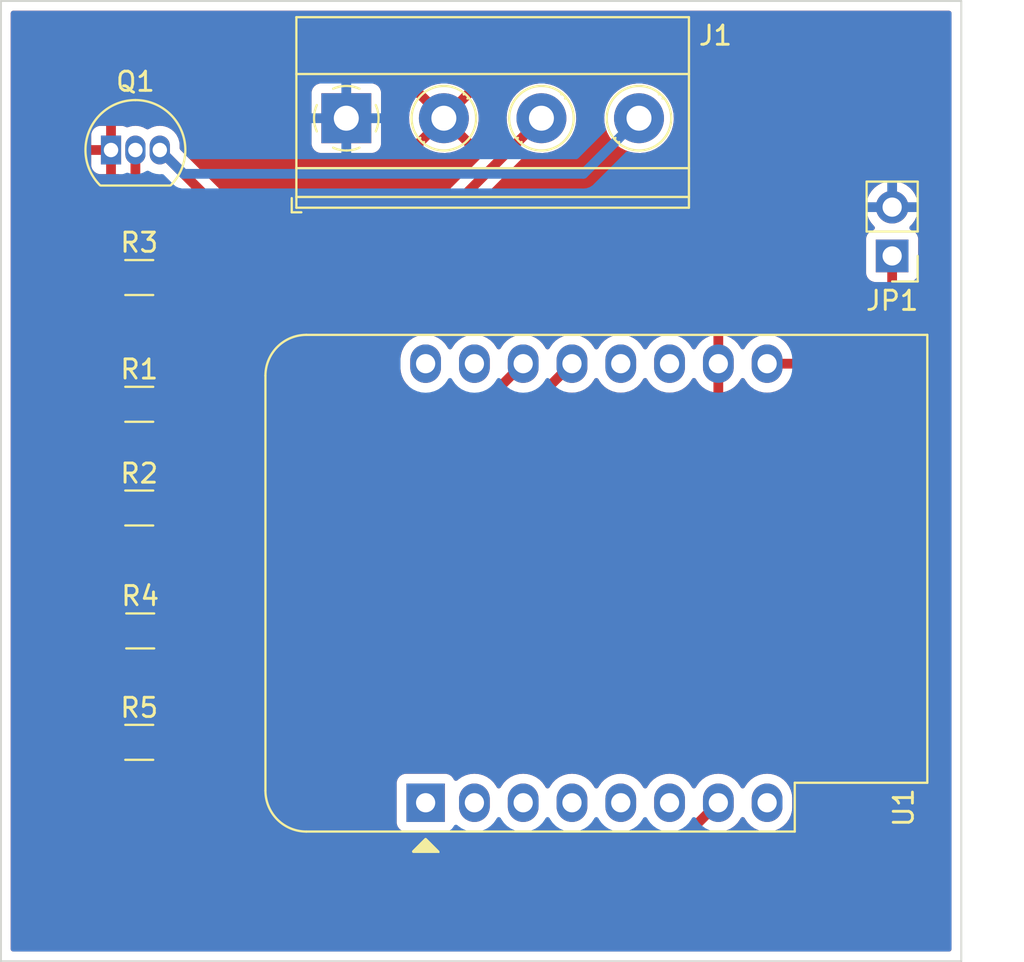
<source format=kicad_pcb>
(kicad_pcb (version 20211014) (generator pcbnew)

  (general
    (thickness 1.6)
  )

  (paper "A4")
  (layers
    (0 "F.Cu" signal)
    (31 "B.Cu" signal)
    (32 "B.Adhes" user "B.Adhesive")
    (33 "F.Adhes" user "F.Adhesive")
    (34 "B.Paste" user)
    (35 "F.Paste" user)
    (36 "B.SilkS" user "B.Silkscreen")
    (37 "F.SilkS" user "F.Silkscreen")
    (38 "B.Mask" user)
    (39 "F.Mask" user)
    (40 "Dwgs.User" user "User.Drawings")
    (41 "Cmts.User" user "User.Comments")
    (42 "Eco1.User" user "User.Eco1")
    (43 "Eco2.User" user "User.Eco2")
    (44 "Edge.Cuts" user)
    (45 "Margin" user)
    (46 "B.CrtYd" user "B.Courtyard")
    (47 "F.CrtYd" user "F.Courtyard")
    (48 "B.Fab" user)
    (49 "F.Fab" user)
    (50 "User.1" user)
    (51 "User.2" user)
    (52 "User.3" user)
    (53 "User.4" user)
    (54 "User.5" user)
    (55 "User.6" user)
    (56 "User.7" user)
    (57 "User.8" user)
    (58 "User.9" user)
  )

  (setup
    (stackup
      (layer "F.SilkS" (type "Top Silk Screen"))
      (layer "F.Paste" (type "Top Solder Paste"))
      (layer "F.Mask" (type "Top Solder Mask") (thickness 0.01))
      (layer "F.Cu" (type "copper") (thickness 0.035))
      (layer "dielectric 1" (type "core") (thickness 1.51) (material "FR4") (epsilon_r 4.5) (loss_tangent 0.02))
      (layer "B.Cu" (type "copper") (thickness 0.035))
      (layer "B.Mask" (type "Bottom Solder Mask") (thickness 0.01))
      (layer "B.Paste" (type "Bottom Solder Paste"))
      (layer "B.SilkS" (type "Bottom Silk Screen"))
      (copper_finish "None")
      (dielectric_constraints no)
    )
    (pad_to_mask_clearance 0)
    (grid_origin 80 49)
    (pcbplotparams
      (layerselection 0x00010fc_ffffffff)
      (disableapertmacros false)
      (usegerberextensions false)
      (usegerberattributes true)
      (usegerberadvancedattributes true)
      (creategerberjobfile true)
      (svguseinch false)
      (svgprecision 6)
      (excludeedgelayer true)
      (plotframeref false)
      (viasonmask false)
      (mode 1)
      (useauxorigin false)
      (hpglpennumber 1)
      (hpglpenspeed 20)
      (hpglpendiameter 15.000000)
      (dxfpolygonmode true)
      (dxfimperialunits true)
      (dxfusepcbnewfont true)
      (psnegative false)
      (psa4output false)
      (plotreference true)
      (plotvalue true)
      (plotinvisibletext false)
      (sketchpadsonfab false)
      (subtractmaskfromsilk false)
      (outputformat 1)
      (mirror false)
      (drillshape 1)
      (scaleselection 1)
      (outputdirectory "")
    )
  )

  (net 0 "")
  (net 1 "+5V")
  (net 2 "GND")
  (net 3 "Yellow")
  (net 4 "Green")
  (net 5 "Net-(Q1-Pad2)")
  (net 6 "D1")
  (net 7 "D8")
  (net 8 "D2")
  (net 9 "unconnected-(U1-Pad1)")
  (net 10 "unconnected-(U1-Pad2)")
  (net 11 "unconnected-(U1-Pad3)")
  (net 12 "unconnected-(U1-Pad4)")
  (net 13 "unconnected-(U1-Pad5)")
  (net 14 "unconnected-(U1-Pad6)")
  (net 15 "unconnected-(U1-Pad8)")
  (net 16 "unconnected-(U1-Pad11)")
  (net 17 "unconnected-(U1-Pad12)")
  (net 18 "unconnected-(U1-Pad15)")
  (net 19 "unconnected-(U1-Pad16)")
  (net 20 "Net-(U1-Pad9)")

  (footprint "Resistor_SMD:R_1206_3216Metric_Pad1.30x1.75mm_HandSolder" (layer "F.Cu") (at 87.2 75.4 180))

  (footprint "Resistor_SMD:R_1206_3216Metric_Pad1.30x1.75mm_HandSolder" (layer "F.Cu") (at 87.2 87.6 180))

  (footprint "Resistor_SMD:R_1206_3216Metric_Pad1.30x1.75mm_HandSolder" (layer "F.Cu") (at 87.2 70))

  (footprint "Module:WEMOS_D1_mini_light" (layer "F.Cu") (at 102.11 90.745 90))

  (footprint "TerminalBlock_Phoenix:TerminalBlock_Phoenix_MKDS-1,5-4-5.08_1x04_P5.08mm_Horizontal" (layer "F.Cu") (at 97.98 55.105))

  (footprint "Resistor_SMD:R_1206_3216Metric_Pad1.30x1.75mm_HandSolder" (layer "F.Cu") (at 87.25 81.8))

  (footprint "Resistor_SMD:R_1206_3216Metric_Pad1.30x1.75mm_HandSolder" (layer "F.Cu") (at 87.2 63.4))

  (footprint "Connector_PinHeader_2.54mm:PinHeader_1x02_P2.54mm_Vertical" (layer "F.Cu") (at 126.4 62.275 180))

  (footprint "Package_TO_SOT_THT:TO-92_Inline" (layer "F.Cu") (at 85.73 56.76))

  (gr_rect (start 80 49) (end 130 99) (layer "Edge.Cuts") (width 0.1) (fill none) (tstamp 967f4c45-db15-4335-a00b-5f60ba8d8ca3))

  (segment (start 86.8 66.6) (end 85.65 67.75) (width 0.508) (layer "F.Cu") (net 3) (tstamp 08baec10-7bd2-45b3-9df3-de865ad41966))
  (segment (start 108 55.245) (end 96.645 66.6) (width 0.508) (layer "F.Cu") (net 3) (tstamp 5dc5c9a1-bcff-472f-942f-96856c729b2e))
  (segment (start 96.645 66.6) (end 86.8 66.6) (width 0.508) (layer "F.Cu") (net 3) (tstamp be94ea5a-fce8-4a3a-9a88-392e9060c694))
  (segment (start 85.65 67.75) (end 85.65 70) (width 0.508) (layer "F.Cu") (net 3) (tstamp fa3047cd-563c-4112-9465-410fbb369a0d))
  (segment (start 88.27 56.76) (end 91.4 59.89) (width 0.508) (layer "F.Cu") (net 4) (tstamp 6d43d92e-d948-4649-88e9-d4fdf64d916e))
  (segment (start 83.8 79.9) (end 85.7 81.8) (width 0.508) (layer "F.Cu") (net 4) (tstamp 73eba0b2-5167-4ff5-938a-76c73af2ad52))
  (segment (start 90.4 65.4) (end 85.2 65.4) (width 0.508) (layer "F.Cu") (net 4) (tstamp 7eb5519b-7656-4393-b9ae-e3f92f0579a3))
  (segment (start 91.4 59.89) (end 91.4 64.4) (width 0.508) (layer "F.Cu") (net 4) (tstamp 84735f58-2bbd-4262-b463-b7b60b34001e))
  (segment (start 85.2 65.4) (end 83.8 66.8) (width 0.508) (layer "F.Cu") (net 4) (tstamp 92d1b790-7344-440b-b818-08a3aec1b987))
  (segment (start 91.4 64.4) (end 90.4 65.4) (width 0.508) (layer "F.Cu") (net 4) (tstamp a5bb1e75-661e-4434-84b6-d79672349f74))
  (segment (start 83.8 66.8) (end 83.8 79.9) (width 0.508) (layer "F.Cu") (net 4) (tstamp b94dcfe4-13ed-4d44-9528-9e4e0f868a72))
  (segment (start 89.51 58) (end 88.27 56.76) (width 0.508) (layer "B.Cu") (net 4) (tstamp 328412a2-67d6-46c5-9255-f10332d78590))
  (segment (start 110.325 58) (end 89.51 58) (width 0.508) (layer "B.Cu") (net 4) (tstamp 3acb3c4c-024a-4496-825f-139cb9f871fa))
  (segment (start 113.08 55.245) (end 110.325 58) (width 0.508) (layer "B.Cu") (net 4) (tstamp dc37f7e7-6db5-423b-bb9b-10d367221353))
  (segment (start 87 56.76) (end 87 59.2) (width 0.508) (layer "F.Cu") (net 5) (tstamp 7ea3eb2b-191b-4028-80d9-185f1a7de4d2))
  (segment (start 88.75 60.95) (end 88.75 63.4) (width 0.508) (layer "F.Cu") (net 5) (tstamp c8a8c1d4-8bfe-4ee0-b56d-3703368e3f1a))
  (segment (start 87 59.2) (end 88.75 60.95) (width 0.508) (layer "F.Cu") (net 5) (tstamp d6ec921a-2cbb-498e-b3ee-74a1c98c7560))
  (segment (start 88.75 70) (end 105.075 70) (width 0.508) (layer "F.Cu") (net 6) (tstamp 3c57edc8-4cfd-424e-a11b-6ac26e54a378))
  (segment (start 88.75 75.4) (end 88.75 70) (width 0.508) (layer "F.Cu") (net 6) (tstamp d96f04c9-2218-454e-b939-849cc00f603f))
  (segment (start 105.075 70) (end 107.19 67.885) (width 0.508) (layer "F.Cu") (net 6) (tstamp f2bd2143-bd7d-4f23-9e08-479634957484))
  (segment (start 83.8 63.4) (end 85.65 63.4) (width 0.508) (layer "F.Cu") (net 7) (tstamp 22e43ac9-048a-4b19-a3ce-d21ec500c532))
  (segment (start 85.6 93.2) (end 82.2 89.8) (width 0.508) (layer "F.Cu") (net 7) (tstamp 53eacfb1-5229-4fb6-8fb6-c03d9aac7d86))
  (segment (start 82.2 89.8) (end 82.2 65) (width 0.508) (layer "F.Cu") (net 7) (tstamp 86923d52-4646-4868-87cf-d904a514d701))
  (segment (start 114.895 93.2) (end 85.6 93.2) (width 0.508) (layer "F.Cu") (net 7) (tstamp 8d5ef0d9-fef3-49cb-8497-d36bcd975e53))
  (segment (start 82.2 65) (end 83.8 63.4) (width 0.508) (layer "F.Cu") (net 7) (tstamp c5954f32-8d4a-475a-b683-6c795155d05a))
  (segment (start 117.35 90.745) (end 114.895 93.2) (width 0.508) (layer "F.Cu") (net 7) (tstamp ebb65204-1c01-44fc-8faf-ac1274234fde))
  (segment (start 88.75 87.6) (end 88.75 81.85) (width 0.508) (layer "F.Cu") (net 8) (tstamp 50a2c033-e3d5-44e2-862d-002c9467eb19))
  (segment (start 95.815 81.8) (end 109.73 67.885) (width 0.508) (layer "F.Cu") (net 8) (tstamp add90ab8-ac92-4799-b671-6a48d59fe660))
  (segment (start 88.8 81.8) (end 95.815 81.8) (width 0.508) (layer "F.Cu") (net 8) (tstamp d24b0bbc-4694-48fc-b8d3-1809101d76d6))
  (segment (start 88.75 81.85) (end 88.8 81.8) (width 0.508) (layer "F.Cu") (net 8) (tstamp d49c8572-56d5-48a7-89a3-8724de1c203c))
  (segment (start 126.4 65.2) (end 123.715 67.885) (width 0.508) (layer "F.Cu") (net 20) (tstamp 73d1515d-c94b-403e-8256-59f48c6f9bc2))
  (segment (start 126.4 62.275) (end 126.4 65.2) (width 0.508) (layer "F.Cu") (net 20) (tstamp aa0bd87d-4b2b-46df-99b5-ac4242efe0f1))
  (segment (start 123.715 67.885) (end 119.89 67.885) (width 0.508) (layer "F.Cu") (net 20) (tstamp c52f6ecb-b9b9-42f4-b05b-ec107f61933f))

  (zone (net 2) (net_name "GND") (layer "F.Cu") (tstamp 66414df9-ed3e-46e2-9ef1-3a34353b4682) (hatch edge 0.508)
    (connect_pads (clearance 0.508))
    (min_thickness 0.254) (filled_areas_thickness no)
    (fill yes (thermal_gap 0.508) (thermal_bridge_width 0.508))
    (polygon
      (pts
        (xy 130 99)
        (xy 80 99)
        (xy 80 49)
        (xy 130 49)
      )
    )
    (filled_polygon
      (layer "F.Cu")
      (pts
        (xy 129.433621 49.528502)
        (xy 129.480114 49.582158)
        (xy 129.4915 49.6345)
        (xy 129.4915 98.3655)
        (xy 129.471498 98.433621)
        (xy 129.417842 98.480114)
        (xy 129.3655 98.4915)
        (xy 80.6345 98.4915)
        (xy 80.566379 98.471498)
        (xy 80.519886 98.417842)
        (xy 80.5085 98.3655)
        (xy 80.5085 89.773208)
        (xy 81.432776 89.773208)
        (xy 81.433369 89.7805)
        (xy 81.433369 89.780503)
        (xy 81.437085 89.826183)
        (xy 81.4375 89.836398)
        (xy 81.4375 89.844525)
        (xy 81.440811 89.872924)
        (xy 81.441238 89.877244)
        (xy 81.447191 89.950426)
        (xy 81.449447 89.957388)
        (xy 81.450643 89.963376)
        (xy 81.452051 89.969333)
        (xy 81.452899 89.976607)
        (xy 81.455397 89.983489)
        (xy 81.455398 89.983493)
        (xy 81.477945 90.045607)
        (xy 81.479355 90.049711)
        (xy 81.501987 90.119575)
        (xy 81.505787 90.125838)
        (xy 81.508325 90.13138)
        (xy 81.511067 90.136856)
        (xy 81.513566 90.143741)
        (xy 81.517581 90.149865)
        (xy 81.553815 90.205132)
        (xy 81.55613 90.2088)
        (xy 81.594227 90.271581)
        (xy 81.597941 90.275786)
        (xy 81.597943 90.275789)
        (xy 81.601667 90.280005)
        (xy 81.601638 90.280031)
        (xy 81.604238 90.282962)
        (xy 81.607042 90.286316)
        (xy 81.611054 90.292435)
        (xy 81.667586 90.345988)
        (xy 81.670028 90.348366)
        (xy 85.01319 93.691528)
        (xy 85.025577 93.705941)
        (xy 85.038546 93.723564)
        (xy 85.044129 93.728307)
        (xy 85.079055 93.757979)
        (xy 85.086571 93.764909)
        (xy 85.092315 93.770653)
        (xy 85.095189 93.772927)
        (xy 85.095196 93.772933)
        (xy 85.114711 93.788372)
        (xy 85.118115 93.791163)
        (xy 85.168472 93.833945)
        (xy 85.168476 93.833948)
        (xy 85.174051 93.838684)
        (xy 85.180568 93.842012)
        (xy 85.185632 93.845389)
        (xy 85.190856 93.848616)
        (xy 85.1966 93.85316)
        (xy 85.203231 93.856259)
        (xy 85.263082 93.884232)
        (xy 85.267033 93.886163)
        (xy 85.332404 93.919543)
        (xy 85.339519 93.921284)
        (xy 85.345265 93.923421)
        (xy 85.351048 93.925345)
        (xy 85.357679 93.928444)
        (xy 85.429557 93.943394)
        (xy 85.433829 93.944361)
        (xy 85.505112 93.961804)
        (xy 85.510711 93.962151)
        (xy 85.510715 93.962152)
        (xy 85.51633 93.9625)
        (xy 85.516328 93.962539)
        (xy 85.520229 93.962772)
        (xy 85.524588 93.963161)
        (xy 85.531756 93.964652)
        (xy 85.539073 93.964454)
        (xy 85.609577 93.962546)
        (xy 85.612986 93.9625)
        (xy 114.827624 93.9625)
        (xy 114.846574 93.963933)
        (xy 114.860973 93.966124)
        (xy 114.860979 93.966124)
        (xy 114.868208 93.967224)
        (xy 114.8755 93.966631)
        (xy 114.875503 93.966631)
        (xy 114.921183 93.962915)
        (xy 114.931398 93.9625)
        (xy 114.939525 93.9625)
        (xy 114.943161 93.962076)
        (xy 114.943163 93.962076)
        (xy 114.946615 93.961673)
        (xy 114.967924 93.959189)
        (xy 114.972244 93.958762)
        (xy 115.045426 93.952809)
        (xy 115.052388 93.950553)
        (xy 115.058376 93.949357)
        (xy 115.064333 93.947949)
        (xy 115.071607 93.947101)
        (xy 115.078489 93.944603)
        (xy 115.078493 93.944602)
        (xy 115.140607 93.922055)
        (xy 115.144711 93.920645)
        (xy 115.214575 93.898013)
        (xy 115.220838 93.894213)
        (xy 115.22638 93.891675)
        (xy 115.231856 93.888933)
        (xy 115.238741 93.886434)
        (xy 115.300132 93.846185)
        (xy 115.3038 93.84387)
        (xy 115.366581 93.805773)
        (xy 115.370786 93.802059)
        (xy 115.370789 93.802057)
        (xy 115.375005 93.798333)
        (xy 115.375031 93.798362)
        (xy 115.377962 93.795762)
        (xy 115.381316 93.792958)
        (xy 115.387435 93.788946)
        (xy 115.440989 93.732413)
        (xy 115.443366 93.729972)
        (xy 116.922898 92.25044)
        (xy 116.98521 92.216414)
        (xy 117.044604 92.217828)
        (xy 117.077883 92.226745)
        (xy 117.116599 92.237119)
        (xy 117.121913 92.238543)
        (xy 117.35 92.258498)
        (xy 117.578087 92.238543)
        (xy 117.5834 92.237119)
        (xy 117.583402 92.237119)
        (xy 117.793933 92.180707)
        (xy 117.793935 92.180706)
        (xy 117.799243 92.179284)
        (xy 117.804225 92.176961)
        (xy 118.001762 92.084849)
        (xy 118.001767 92.084846)
        (xy 118.006749 92.082523)
        (xy 118.148464 91.983293)
        (xy 118.189789 91.954357)
        (xy 118.189792 91.954355)
        (xy 118.1943 91.951198)
        (xy 118.356198 91.7893)
        (xy 118.487523 91.601749)
        (xy 118.489846 91.596767)
        (xy 118.489849 91.596762)
        (xy 118.505805 91.562543)
        (xy 118.552722 91.509258)
        (xy 118.620999 91.489797)
        (xy 118.688959 91.510339)
        (xy 118.734195 91.562543)
        (xy 118.750151 91.596762)
        (xy 118.750154 91.596767)
        (xy 118.752477 91.601749)
        (xy 118.883802 91.7893)
        (xy 119.0457 91.951198)
        (xy 119.050208 91.954355)
        (xy 119.050211 91.954357)
        (xy 119.091536 91.983293)
        (xy 119.233251 92.082523)
        (xy 119.238233 92.084846)
        (xy 119.238238 92.084849)
        (xy 119.435775 92.176961)
        (xy 119.440757 92.179284)
        (xy 119.446065 92.180706)
        (xy 119.446067 92.180707)
        (xy 119.656598 92.237119)
        (xy 119.6566 92.237119)
        (xy 119.661913 92.238543)
        (xy 119.89 92.258498)
        (xy 120.118087 92.238543)
        (xy 120.1234 92.237119)
        (xy 120.123402 92.237119)
        (xy 120.333933 92.180707)
        (xy 120.333935 92.180706)
        (xy 120.339243 92.179284)
        (xy 120.344225 92.176961)
        (xy 120.541762 92.084849)
        (xy 120.541767 92.084846)
        (xy 120.546749 92.082523)
        (xy 120.688464 91.983293)
        (xy 120.729789 91.954357)
        (xy 120.729792 91.954355)
        (xy 120.7343 91.951198)
        (xy 120.896198 91.7893)
        (xy 121.027523 91.601749)
        (xy 121.029846 91.596767)
        (xy 121.029849 91.596762)
        (xy 121.121961 91.399225)
        (xy 121.121961 91.399224)
        (xy 121.124284 91.394243)
        (xy 121.183543 91.173087)
        (xy 121.1985 91.002127)
        (xy 121.1985 90.487873)
        (xy 121.183543 90.316913)
        (xy 121.182119 90.311598)
        (xy 121.125707 90.101067)
        (xy 121.125706 90.101065)
        (xy 121.124284 90.095757)
        (xy 121.068724 89.976607)
        (xy 121.029849 89.893238)
        (xy 121.029846 89.893233)
        (xy 121.027523 89.888251)
        (xy 120.941903 89.765973)
        (xy 120.899357 89.705211)
        (xy 120.899355 89.705208)
        (xy 120.896198 89.7007)
        (xy 120.7343 89.538802)
        (xy 120.729792 89.535645)
        (xy 120.729789 89.535643)
        (xy 120.581731 89.431972)
        (xy 120.546749 89.407477)
        (xy 120.541767 89.405154)
        (xy 120.541762 89.405151)
        (xy 120.344225 89.313039)
        (xy 120.344224 89.313039)
        (xy 120.339243 89.310716)
        (xy 120.333935 89.309294)
        (xy 120.333933 89.309293)
        (xy 120.123402 89.252881)
        (xy 120.1234 89.252881)
        (xy 120.118087 89.251457)
        (xy 119.89 89.231502)
        (xy 119.661913 89.251457)
        (xy 119.6566 89.252881)
        (xy 119.656598 89.252881)
        (xy 119.446067 89.309293)
        (xy 119.446065 89.309294)
        (xy 119.440757 89.310716)
        (xy 119.435776 89.313039)
        (xy 119.435775 89.313039)
        (xy 119.238238 89.405151)
        (xy 119.238233 89.405154)
        (xy 119.233251 89.407477)
        (xy 119.198269 89.431972)
        (xy 119.050211 89.535643)
        (xy 119.050208 89.535645)
        (xy 119.0457 89.538802)
        (xy 118.883802 89.7007)
        (xy 118.880645 89.705208)
        (xy 118.880643 89.705211)
        (xy 118.838097 89.765973)
        (xy 118.752477 89.888251)
        (xy 118.750154 89.893233)
        (xy 118.750151 89.893238)
        (xy 118.734195 89.927457)
        (xy 118.687278 89.980742)
        (xy 118.619001 90.000203)
        (xy 118.551041 89.979661)
        (xy 118.505805 89.927457)
        (xy 118.489849 89.893238)
        (xy 118.489846 89.893233)
        (xy 118.487523 89.888251)
        (xy 118.401903 89.765973)
        (xy 118.359357 89.705211)
        (xy 118.359355 89.705208)
        (xy 118.356198 89.7007)
        (xy 118.1943 89.538802)
        (xy 118.189792 89.535645)
        (xy 118.189789 89.535643)
        (xy 118.041731 89.431972)
        (xy 118.006749 89.407477)
        (xy 118.001767 89.405154)
        (xy 118.001762 89.405151)
        (xy 117.804225 89.313039)
        (xy 117.804224 89.313039)
        (xy 117.799243 89.310716)
        (xy 117.793935 89.309294)
        (xy 117.793933 89.309293)
        (xy 117.583402 89.252881)
        (xy 117.5834 89.252881)
        (xy 117.578087 89.251457)
        (xy 117.35 89.231502)
        (xy 117.121913 89.251457)
        (xy 117.1166 89.252881)
        (xy 117.116598 89.252881)
        (xy 116.906067 89.309293)
        (xy 116.906065 89.309294)
        (xy 116.900757 89.310716)
        (xy 116.895776 89.313039)
        (xy 116.895775 89.313039)
        (xy 116.698238 89.405151)
        (xy 116.698233 89.405154)
        (xy 116.693251 89.407477)
        (xy 116.658269 89.431972)
        (xy 116.510211 89.535643)
        (xy 116.510208 89.535645)
        (xy 116.5057 89.538802)
        (xy 116.343802 89.7007)
        (xy 116.340645 89.705208)
        (xy 116.340643 89.705211)
        (xy 116.298097 89.765973)
        (xy 116.212477 89.888251)
        (xy 116.210154 89.893233)
        (xy 116.210151 89.893238)
        (xy 116.194195 89.927457)
        (xy 116.147278 89.980742)
        (xy 116.079001 90.000203)
        (xy 116.011041 89.979661)
        (xy 115.965805 89.927457)
        (xy 115.949849 89.893238)
        (xy 115.949846 89.893233)
        (xy 115.947523 89.888251)
        (xy 115.861903 89.765973)
        (xy 115.819357 89.705211)
        (xy 115.819355 89.705208)
        (xy 115.816198 89.7007)
        (xy 115.6543 89.538802)
        (xy 115.649792 89.535645)
        (xy 115.649789 89.535643)
        (xy 115.501731 89.431972)
        (xy 115.466749 89.407477)
        (xy 115.461767 89.405154)
        (xy 115.461762 89.405151)
        (xy 115.264225 89.313039)
        (xy 115.264224 89.313039)
        (xy 115.259243 89.310716)
        (xy 115.253935 89.309294)
        (xy 115.253933 89.309293)
        (xy 115.043402 89.252881)
        (xy 115.0434 89.252881)
        (xy 115.038087 89.251457)
        (xy 114.81 89.231502)
        (xy 114.581913 89.251457)
        (xy 114.5766 89.252881)
        (xy 114.576598 89.252881)
        (xy 114.366067 89.309293)
        (xy 114.366065 89.309294)
        (xy 114.360757 89.310716)
        (xy 114.355776 89.313039)
        (xy 114.355775 89.313039)
        (xy 114.158238 89.405151)
        (xy 114.158233 89.405154)
        (xy 114.153251 89.407477)
        (xy 114.118269 89.431972)
        (xy 113.970211 89.535643)
        (xy 113.970208 89.535645)
        (xy 113.9657 89.538802)
        (xy 113.803802 89.7007)
        (xy 113.800645 89.705208)
        (xy 113.800643 89.705211)
        (xy 113.758097 89.765973)
        (xy 113.672477 89.888251)
        (xy 113.670154 89.893233)
        (xy 113.670151 89.893238)
        (xy 113.654195 89.927457)
        (xy 113.607278 89.980742)
        (xy 113.539001 90.000203)
        (xy 113.471041 89.979661)
        (xy 113.425805 89.927457)
        (xy 113.409849 89.893238)
        (xy 113.409846 89.893233)
        (xy 113.407523 89.888251)
        (xy 113.321903 89.765973)
        (xy 113.279357 89.705211)
        (xy 113.279355 89.705208)
        (xy 113.276198 89.7007)
        (xy 113.1143 89.538802)
        (xy 113.109792 89.535645)
        (xy 113.109789 89.535643)
        (xy 112.961731 89.431972)
        (xy 112.926749 89.407477)
        (xy 112.921767 89.405154)
        (xy 112.921762 89.405151)
        (xy 112.724225 89.313039)
        (xy 112.724224 89.313039)
        (xy 112.719243 89.310716)
        (xy 112.713935 89.309294)
        (xy 112.713933 89.309293)
        (xy 112.503402 89.252881)
        (xy 112.5034 89.252881)
        (xy 112.498087 89.251457)
        (xy 112.27 89.231502)
        (xy 112.041913 89.251457)
        (xy 112.0366 89.252881)
        (xy 112.036598 89.252881)
        (xy 111.826067 89.309293)
        (xy 111.826065 89.309294)
        (xy 111.820757 89.310716)
        (xy 111.815776 89.313039)
        (xy 111.815775 89.313039)
        (xy 111.618238 89.405151)
        (xy 111.618233 89.405154)
        (xy 111.613251 89.407477)
        (xy 111.578269 89.431972)
        (xy 111.430211 89.535643)
        (xy 111.430208 89.535645)
        (xy 111.4257 89.538802)
        (xy 111.263802 89.7007)
        (xy 111.260645 89.705208)
        (xy 111.260643 89.705211)
        (xy 111.218097 89.765973)
        (xy 111.132477 89.888251)
        (xy 111.130154 89.893233)
        (xy 111.130151 89.893238)
        (xy 111.114195 89.927457)
        (xy 111.067278 89.980742)
        (xy 110.999001 90.000203)
        (xy 110.931041 89.979661)
        (xy 110.885805 89.927457)
        (xy 110.869849 89.893238)
        (xy 110.869846 89.893233)
        (xy 110.867523 89.888251)
        (xy 110.781903 89.765973)
        (xy 110.739357 89.705211)
        (xy 110.739355 89.705208)
        (xy 110.736198 89.7007)
        (xy 110.5743 89.538802)
        (xy 110.569792 89.535645)
        (xy 110.569789 89.535643)
        (xy 110.421731 89.431972)
        (xy 110.386749 89.407477)
        (xy 110.381767 89.405154)
        (xy 110.381762 89.405151)
        (xy 110.184225 89.313039)
        (xy 110.184224 89.313039)
        (xy 110.179243 89.310716)
        (xy 110.173935 89.309294)
        (xy 110.173933 89.309293)
        (xy 109.963402 89.252881)
        (xy 109.9634 89.252881)
        (xy 109.958087 89.251457)
        (xy 109.73 89.231502)
        (xy 109.501913 89.251457)
        (xy 109.4966 89.252881)
        (xy 109.496598 89.252881)
        (xy 109.286067 89.309293)
        (xy 109.286065 89.309294)
        (xy 109.280757 89.310716)
        (xy 109.275776 89.313039)
        (xy 109.275775 89.313039)
        (xy 109.078238 89.405151)
        (xy 109.078233 89.405154)
        (xy 109.073251 89.407477)
        (xy 109.038269 89.431972)
        (xy 108.890211 89.535643)
        (xy 108.890208 89.535645)
        (xy 108.8857 89.538802)
        (xy 108.723802 89.7007)
        (xy 108.720645 89.705208)
        (xy 108.720643 89.705211)
        (xy 108.678097 89.765973)
        (xy 108.592477 89.888251)
        (xy 108.590154 89.893233)
        (xy 108.590151 89.893238)
        (xy 108.574195 89.927457)
        (xy 108.527278 89.980742)
        (xy 108.459001 90.000203)
        (xy 108.391041 89.979661)
        (xy 108.345805 89.927457)
        (xy 108.329849 89.893238)
        (xy 108.329846 89.893233)
        (xy 108.327523 89.888251)
        (xy 108.241903 89.765973)
        (xy 108.199357 89.705211)
        (xy 108.199355 89.705208)
        (xy 108.196198 89.7007)
        (xy 108.0343 89.538802)
        (xy 108.029792 89.535645)
        (xy 108.029789 89.535643)
        (xy 107.881731 89.431972)
        (xy 107.846749 89.407477)
        (xy 107.841767 89.405154)
        (xy 107.841762 89.405151)
        (xy 107.644225 89.313039)
        (xy 107.644224 89.313039)
        (xy 107.639243 89.310716)
        (xy 107.633935 89.309294)
        (xy 107.633933 89.309293)
        (xy 107.423402 89.252881)
        (xy 107.4234 89.252881)
        (xy 107.418087 89.251457)
        (xy 107.19 89.231502)
        (xy 106.961913 89.251457)
        (xy 106.9566 89.252881)
        (xy 106.956598 89.252881)
        (xy 106.746067 89.309293)
        (xy 106.746065 89.309294)
        (xy 106.740757 89.310716)
        (xy 106.735776 89.313039)
        (xy 106.735775 89.313039)
        (xy 106.538238 89.405151)
        (xy 106.538233 89.405154)
        (xy 106.533251 89.407477)
        (xy 106.498269 89.431972)
        (xy 106.350211 89.535643)
        (xy 106.350208 89.535645)
        (xy 106.3457 89.538802)
        (xy 106.183802 89.7007)
        (xy 106.180645 89.705208)
        (xy 106.180643 89.705211)
        (xy 106.138097 89.765973)
        (xy 106.052477 89.888251)
        (xy 106.050154 89.893233)
        (xy 106.050151 89.893238)
        (xy 106.034195 89.927457)
        (xy 105.987278 89.980742)
        (xy 105.919001 90.000203)
        (xy 105.851041 89.979661)
        (xy 105.805805 89.927457)
        (xy 105.789849 89.893238)
        (xy 105.789846 89.893233)
        (xy 105.787523 89.888251)
        (xy 105.701903 89.765973)
        (xy 105.659357 89.705211)
        (xy 105.659355 89.705208)
        (xy 105.656198 89.7007)
        (xy 105.4943 89.538802)
        (xy 105.489792 89.535645)
        (xy 105.489789 89.535643)
        (xy 105.341731 89.431972)
        (xy 105.306749 89.407477)
        (xy 105.301767 89.405154)
        (xy 105.301762 89.405151)
        (xy 105.104225 89.313039)
        (xy 105.104224 89.313039)
        (xy 105.099243 89.310716)
        (xy 105.093935 89.309294)
        (xy 105.093933 89.309293)
        (xy 104.883402 89.252881)
        (xy 104.8834 89.252881)
        (xy 104.878087 89.251457)
        (xy 104.65 89.231502)
        (xy 104.421913 89.251457)
        (xy 104.4166 89.252881)
        (xy 104.416598 89.252881)
        (xy 104.206067 89.309293)
        (xy 104.206065 89.309294)
        (xy 104.200757 89.310716)
        (xy 104.195776 89.313039)
        (xy 104.195775 89.313039)
        (xy 103.998238 89.405151)
        (xy 103.998233 89.405154)
        (xy 103.993251 89.407477)
        (xy 103.958269 89.431972)
        (xy 103.810211 89.535643)
        (xy 103.810208 89.535645)
        (xy 103.8057 89.538802)
        (xy 103.776867 89.567635)
        (xy 103.714555 89.601661)
        (xy 103.64374 89.596596)
        (xy 103.586904 89.554049)
        (xy 103.56979 89.522768)
        (xy 103.563769 89.506707)
        (xy 103.563767 89.506703)
        (xy 103.560615 89.498295)
        (xy 103.473261 89.381739)
        (xy 103.356705 89.294385)
        (xy 103.220316 89.243255)
        (xy 103.158134 89.2365)
        (xy 101.061866 89.2365)
        (xy 100.999684 89.243255)
        (xy 100.863295 89.294385)
        (xy 100.746739 89.381739)
        (xy 100.659385 89.498295)
        (xy 100.608255 89.634684)
        (xy 100.6015 89.696866)
        (xy 100.6015 91.793134)
        (xy 100.608255 91.855316)
        (xy 100.659385 91.991705)
        (xy 100.746739 92.108261)
        (xy 100.753919 92.113642)
        (xy 100.855527 92.189793)
        (xy 100.863295 92.195615)
        (xy 100.871703 92.198767)
        (xy 100.875745 92.20098)
        (xy 100.92589 92.251239)
        (xy 100.940904 92.32063)
        (xy 100.916018 92.387122)
        (xy 100.859135 92.429605)
        (xy 100.815235 92.4375)
        (xy 85.968027 92.4375)
        (xy 85.899906 92.417498)
        (xy 85.878932 92.400595)
        (xy 82.999405 89.521067)
        (xy 82.965379 89.458755)
        (xy 82.9625 89.431972)
        (xy 82.9625 88.272095)
        (xy 84.492001 88.272095)
        (xy 84.492338 88.278614)
        (xy 84.502257 88.374206)
        (xy 84.505149 88.3876)
        (xy 84.556588 88.541784)
        (xy 84.562761 88.554962)
        (xy 84.648063 88.692807)
        (xy 84.657099 88.704208)
        (xy 84.771829 88.818739)
        (xy 84.78324 88.827751)
        (xy 84.921243 88.912816)
        (xy 84.934424 88.918963)
        (xy 85.08871 88.970138)
        (xy 85.102086 88.973005)
        (xy 85.196438 88.982672)
        (xy 85.202854 88.983)
        (xy 85.377885 88.983)
        (xy 85.393124 88.978525)
        (xy 85.394329 88.977135)
        (xy 85.396 88.969452)
        (xy 85.396 88.964884)
        (xy 85.904 88.964884)
        (xy 85.908475 88.980123)
        (xy 85.909865 88.981328)
        (xy 85.917548 88.982999)
        (xy 86.097095 88.982999)
        (xy 86.103614 88.982662)
        (xy 86.199206 88.972743)
        (xy 86.2126 88.969851)
        (xy 86.366784 88.918412)
        (xy 86.379962 88.912239)
        (xy 86.517807 88.826937)
        (xy 86.529208 88.817901)
        (xy 86.643739 88.703171)
        (xy 86.652751 88.69176)
        (xy 86.737816 88.553757)
        (xy 86.743963 88.540576)
        (xy 86.795138 88.38629)
        (xy 86.798005 88.372914)
        (xy 86.807672 88.278562)
        (xy 86.807834 88.2754)
        (xy 87.5915 88.2754)
        (xy 87.591837 88.278646)
        (xy 87.591837 88.27865)
        (xy 87.601752 88.374206)
        (xy 87.602474 88.381166)
        (xy 87.65845 88.548946)
        (xy 87.751522 88.699348)
        (xy 87.876697 88.824305)
        (xy 87.882927 88.828145)
        (xy 87.882928 88.828146)
        (xy 88.020288 88.912816)
        (xy 88.027262 88.917115)
        (xy 88.107005 88.943564)
        (xy 88.188611 88.970632)
        (xy 88.188613 88.970632)
        (xy 88.195139 88.972797)
        (xy 88.201975 88.973497)
        (xy 88.201978 88.973498)
        (xy 88.245031 88.977909)
        (xy 88.2996 88.9835)
        (xy 89.2004 88.9835)
        (xy 89.203646 88.983163)
        (xy 89.20365 88.983163)
        (xy 89.299308 88.973238)
        (xy 89.299312 88.973237)
        (xy 89.306166 88.972526)
        (xy 89.312702 88.970345)
        (xy 89.312704 88.970345)
        (xy 89.444806 88.926272)
        (xy 89.473946 88.91655)
        (xy 89.624348 88.823478)
        (xy 89.749305 88.698303)
        (xy 89.842115 88.547738)
        (xy 89.897797 88.379861)
        (xy 89.9085 88.2754)
        (xy 89.9085 86.9246)
        (xy 89.908163 86.92135)
        (xy 89.898238 86.825692)
        (xy 89.898237 86.825688)
        (xy 89.897526 86.818834)
        (xy 89.84155 86.651054)
        (xy 89.748478 86.500652)
        (xy 89.623303 86.375695)
        (xy 89.572384 86.344308)
        (xy 89.524891 86.291536)
        (xy 89.5125 86.237048)
        (xy 89.5125 83.193835)
        (xy 89.532502 83.125714)
        (xy 89.572197 83.086691)
        (xy 89.586832 83.077635)
        (xy 89.674348 83.023478)
        (xy 89.799305 82.898303)
        (xy 89.892115 82.747738)
        (xy 89.92492 82.648833)
        (xy 89.96535 82.590473)
        (xy 90.030914 82.563236)
        (xy 90.044513 82.5625)
        (xy 95.747624 82.5625)
        (xy 95.766574 82.563933)
        (xy 95.780973 82.566124)
        (xy 95.780979 82.566124)
        (xy 95.788208 82.567224)
        (xy 95.7955 82.566631)
        (xy 95.795503 82.566631)
        (xy 95.841183 82.562915)
        (xy 95.851398 82.5625)
        (xy 95.859525 82.5625)
        (xy 95.863161 82.562076)
        (xy 95.863163 82.562076)
        (xy 95.866615 82.561673)
        (xy 95.887924 82.559189)
        (xy 95.892244 82.558762)
        (xy 95.965426 82.552809)
        (xy 95.972388 82.550553)
        (xy 95.978376 82.549357)
        (xy 95.984333 82.547949)
        (xy 95.991607 82.547101)
        (xy 95.998489 82.544603)
        (xy 95.998493 82.544602)
        (xy 96.060607 82.522055)
        (xy 96.064711 82.520645)
        (xy 96.134575 82.498013)
        (xy 96.140838 82.494213)
        (xy 96.14638 82.491675)
        (xy 96.151856 82.488933)
        (xy 96.158741 82.486434)
        (xy 96.180478 82.472183)
        (xy 96.220132 82.446185)
        (xy 96.2238 82.44387)
        (xy 96.286581 82.405773)
        (xy 96.290786 82.402059)
        (xy 96.290789 82.402057)
        (xy 96.295005 82.398333)
        (xy 96.295031 82.398362)
        (xy 96.297962 82.395762)
        (xy 96.301316 82.392958)
        (xy 96.307435 82.388946)
        (xy 96.360989 82.332413)
        (xy 96.363366 82.329972)
        (xy 109.302898 69.39044)
        (xy 109.36521 69.356414)
        (xy 109.424604 69.357828)
        (xy 109.455319 69.366058)
        (xy 109.496599 69.377119)
        (xy 109.501913 69.378543)
        (xy 109.73 69.398498)
        (xy 109.958087 69.378543)
        (xy 109.9634 69.377119)
        (xy 109.963402 69.377119)
        (xy 110.173933 69.320707)
        (xy 110.173935 69.320706)
        (xy 110.179243 69.319284)
        (xy 110.185235 69.31649)
        (xy 110.381762 69.224849)
        (xy 110.381767 69.224846)
        (xy 110.386749 69.222523)
        (xy 110.491611 69.149098)
        (xy 110.569789 69.094357)
        (xy 110.569792 69.094355)
        (xy 110.5743 69.091198)
        (xy 110.736198 68.9293)
        (xy 110.867523 68.741749)
        (xy 110.869846 68.736767)
        (xy 110.869849 68.736762)
        (xy 110.885805 68.702543)
        (xy 110.932722 68.649258)
        (xy 111.000999 68.629797)
        (xy 111.068959 68.650339)
        (xy 111.114195 68.702543)
        (xy 111.130151 68.736762)
        (xy 111.130154 68.736767)
        (xy 111.132477 68.741749)
        (xy 111.263802 68.9293)
        (xy 111.4257 69.091198)
        (xy 111.430208 69.094355)
        (xy 111.430211 69.094357)
        (xy 111.508389 69.149098)
        (xy 111.613251 69.222523)
        (xy 111.618233 69.224846)
        (xy 111.618238 69.224849)
        (xy 111.814765 69.31649)
        (xy 111.820757 69.319284)
        (xy 111.826065 69.320706)
        (xy 111.826067 69.320707)
        (xy 112.036598 69.377119)
        (xy 112.0366 69.377119)
        (xy 112.041913 69.378543)
        (xy 112.27 69.398498)
        (xy 112.498087 69.378543)
        (xy 112.5034 69.377119)
        (xy 112.503402 69.377119)
        (xy 112.713933 69.320707)
        (xy 112.713935 69.320706)
        (xy 112.719243 69.319284)
        (xy 112.725235 69.31649)
        (xy 112.921762 69.224849)
        (xy 112.921767 69.224846)
        (xy 112.926749 69.222523)
        (xy 113.031611 69.149098)
        (xy 113.109789 69.094357)
        (xy 113.109792 69.094355)
        (xy 113.1143 69.091198)
        (xy 113.276198 68.9293)
        (xy 113.407523 68.741749)
        (xy 113.409846 68.736767)
        (xy 113.409849 68.736762)
        (xy 113.425805 68.702543)
        (xy 113.472722 68.649258)
        (xy 113.540999 68.629797)
        (xy 113.608959 68.650339)
        (xy 113.654195 68.702543)
        (xy 113.670151 68.736762)
        (xy 113.670154 68.736767)
        (xy 113.672477 68.741749)
        (xy 113.803802 68.9293)
        (xy 113.9657 69.091198)
        (xy 113.970208 69.094355)
        (xy 113.970211 69.094357)
        (xy 114.048389 69.149098)
        (xy 114.153251 69.222523)
        (xy 114.158233 69.224846)
        (xy 114.158238 69.224849)
        (xy 114.354765 69.31649)
        (xy 114.360757 69.319284)
        (xy 114.366065 69.320706)
        (xy 114.366067 69.320707)
        (xy 114.576598 69.377119)
        (xy 114.5766 69.377119)
        (xy 114.581913 69.378543)
        (xy 114.81 69.398498)
        (xy 115.038087 69.378543)
        (xy 115.0434 69.377119)
        (xy 115.043402 69.377119)
        (xy 115.253933 69.320707)
        (xy 115.253935 69.320706)
        (xy 115.259243 69.319284)
        (xy 115.265235 69.31649)
        (xy 115.461762 69.224849)
        (xy 115.461767 69.224846)
        (xy 115.466749 69.222523)
        (xy 115.571611 69.149098)
        (xy 115.649789 69.094357)
        (xy 115.649792 69.094355)
        (xy 115.6543 69.091198)
        (xy 115.816198 68.9293)
        (xy 115.947523 68.741749)
        (xy 115.949846 68.736767)
        (xy 115.949849 68.736762)
        (xy 115.966081 68.701951)
        (xy 116.012998 68.648666)
        (xy 116.081275 68.629205)
        (xy 116.149235 68.649747)
        (xy 116.194471 68.701951)
        (xy 116.210586 68.736511)
        (xy 116.216069 68.746007)
        (xy 116.341028 68.924467)
        (xy 116.348084 68.932875)
        (xy 116.502125 69.086916)
        (xy 116.510533 69.093972)
        (xy 116.688993 69.218931)
        (xy 116.698489 69.224414)
        (xy 116.895947 69.31649)
        (xy 116.906239 69.320236)
        (xy 117.078503 69.366394)
        (xy 117.092599 69.366058)
        (xy 117.096 69.358116)
        (xy 117.096 69.352967)
        (xy 117.604 69.352967)
        (xy 117.607973 69.366498)
        (xy 117.616522 69.367727)
        (xy 117.793761 69.320236)
        (xy 117.804053 69.31649)
        (xy 118.001511 69.224414)
        (xy 118.011007 69.218931)
        (xy 118.189467 69.093972)
        (xy 118.197875 69.086916)
        (xy 118.351916 68.932875)
        (xy 118.358972 68.924467)
        (xy 118.483931 68.746007)
        (xy 118.489414 68.736511)
        (xy 118.505529 68.701951)
        (xy 118.552446 68.648666)
        (xy 118.620723 68.629205)
        (xy 118.688683 68.649747)
        (xy 118.733919 68.701951)
        (xy 118.750151 68.736762)
        (xy 118.750154 68.736767)
        (xy 118.752477 68.741749)
        (xy 118.883802 68.9293)
        (xy 119.0457 69.091198)
        (xy 119.050208 69.094355)
        (xy 119.050211 69.094357)
        (xy 119.128389 69.149098)
        (xy 119.233251 69.222523)
        (xy 119.238233 69.224846)
        (xy 119.238238 69.224849)
        (xy 119.434765 69.31649)
        (xy 119.440757 69.319284)
        (xy 119.446065 69.320706)
        (xy 119.446067 69.320707)
        (xy 119.656598 69.377119)
        (xy 119.6566 69.377119)
        (xy 119.661913 69.378543)
        (xy 119.89 69.398498)
        (xy 120.118087 69.378543)
        (xy 120.1234 69.377119)
        (xy 120.123402 69.377119)
        (xy 120.333933 69.320707)
        (xy 120.333935 69.320706)
        (xy 120.339243 69.319284)
        (xy 120.345235 69.31649)
        (xy 120.541762 69.224849)
        (xy 120.541767 69.224846)
        (xy 120.546749 69.222523)
        (xy 120.651611 69.149098)
        (xy 120.729789 69.094357)
        (xy 120.729792 69.094355)
        (xy 120.7343 69.091198)
        (xy 120.896198 68.9293)
        (xy 121.027523 68.741749)
        (xy 121.029848 68.736764)
        (xy 121.029851 68.736758)
        (xy 121.037548 68.720251)
        (xy 121.084465 68.666965)
        (xy 121.151743 68.6475)
        (xy 123.647624 68.6475)
        (xy 123.666574 68.648933)
        (xy 123.680973 68.651124)
        (xy 123.680979 68.651124)
        (xy 123.688208 68.652224)
        (xy 123.6955 68.651631)
        (xy 123.695503 68.651631)
        (xy 123.741183 68.647915)
        (xy 123.751398 68.6475)
        (xy 123.759525 68.6475)
        (xy 123.763161 68.647076)
        (xy 123.763163 68.647076)
        (xy 123.766615 68.646673)
        (xy 123.787924 68.644189)
        (xy 123.792244 68.643762)
        (xy 123.865426 68.637809)
        (xy 123.872388 68.635553)
        (xy 123.878376 68.634357)
        (xy 123.884333 68.632949)
        (xy 123.891607 68.632101)
        (xy 123.898489 68.629603)
        (xy 123.898493 68.629602)
        (xy 123.960607 68.607055)
        (xy 123.964711 68.605645)
        (xy 124.034575 68.583013)
        (xy 124.040838 68.579213)
        (xy 124.04638 68.576675)
        (xy 124.051856 68.573933)
        (xy 124.058741 68.571434)
        (xy 124.120132 68.531185)
        (xy 124.1238 68.52887)
        (xy 124.186581 68.490773)
        (xy 124.190786 68.487059)
        (xy 124.190789 68.487057)
        (xy 124.195005 68.483333)
        (xy 124.195031 68.483362)
        (xy 124.197962 68.480762)
        (xy 124.201316 68.477958)
        (xy 124.207435 68.473946)
        (xy 124.260989 68.417413)
        (xy 124.263366 68.414972)
        (xy 126.891528 65.78681)
        (xy 126.905941 65.774423)
        (xy 126.917665 65.765795)
        (xy 126.923564 65.761454)
        (xy 126.957979 65.720945)
        (xy 126.964909 65.713429)
        (xy 126.970653 65.707685)
        (xy 126.972927 65.704811)
        (xy 126.972933 65.704804)
        (xy 126.988372 65.685289)
        (xy 126.991163 65.681885)
        (xy 127.033945 65.631528)
        (xy 127.033948 65.631524)
        (xy 127.038684 65.625949)
        (xy 127.042011 65.619434)
        (xy 127.045392 65.614364)
        (xy 127.048617 65.609142)
        (xy 127.05316 65.6034)
        (xy 127.084246 65.536888)
        (xy 127.086152 65.532988)
        (xy 127.116213 65.474117)
        (xy 127.119543 65.467596)
        (xy 127.121284 65.460479)
        (xy 127.123411 65.454761)
        (xy 127.125342 65.448955)
        (xy 127.128443 65.442321)
        (xy 127.143391 65.370461)
        (xy 127.144359 65.366181)
        (xy 127.160469 65.300343)
        (xy 127.161804 65.294888)
        (xy 127.1625 65.28367)
        (xy 127.162539 65.283672)
        (xy 127.162772 65.279771)
        (xy 127.163161 65.275412)
        (xy 127.164652 65.268244)
        (xy 127.162546 65.190424)
        (xy 127.1625 65.187015)
        (xy 127.1625 63.7595)
        (xy 127.182502 63.691379)
        (xy 127.236158 63.644886)
        (xy 127.2885 63.6335)
        (xy 127.298134 63.6335)
        (xy 127.360316 63.626745)
        (xy 127.496705 63.575615)
        (xy 127.613261 63.488261)
        (xy 127.700615 63.371705)
        (xy 127.751745 63.235316)
        (xy 127.7585 63.173134)
        (xy 127.7585 61.376866)
        (xy 127.751745 61.314684)
        (xy 127.700615 61.178295)
        (xy 127.613261 61.061739)
        (xy 127.496705 60.974385)
        (xy 127.483666 60.969497)
        (xy 127.378203 60.92996)
        (xy 127.321439 60.887318)
        (xy 127.296739 60.820756)
        (xy 127.311947 60.751408)
        (xy 127.333493 60.722727)
        (xy 127.434435 60.622137)
        (xy 127.438096 60.618489)
        (xy 127.497594 60.535689)
        (xy 127.565435 60.441277)
        (xy 127.568453 60.437077)
        (xy 127.585364 60.402861)
        (xy 127.665136 60.241453)
        (xy 127.665137 60.241451)
        (xy 127.66743 60.236811)
        (xy 127.73237 60.023069)
        (xy 127.761529 59.80159)
        (xy 127.761611 59.79824)
        (xy 127.763074 59.738365)
        (xy 127.763074 59.738361)
        (xy 127.763156 59.735)
        (xy 127.744852 59.512361)
        (xy 127.690431 59.295702)
        (xy 127.601354 59.09084)
        (xy 127.480014 58.903277)
        (xy 127.32967 58.738051)
        (xy 127.325619 58.734852)
        (xy 127.325615 58.734848)
        (xy 127.158414 58.6028)
        (xy 127.15841 58.602798)
        (xy 127.154359 58.599598)
        (xy 126.958789 58.491638)
        (xy 126.95392 58.489914)
        (xy 126.953916 58.489912)
        (xy 126.753087 58.418795)
        (xy 126.753083 58.418794)
        (xy 126.748212 58.417069)
        (xy 126.743119 58.416162)
        (xy 126.743116 58.416161)
        (xy 126.533373 58.3788)
        (xy 126.533367 58.378799)
        (xy 126.528284 58.377894)
        (xy 126.454452 58.376992)
        (xy 126.310081 58.375228)
        (xy 126.310079 58.375228)
        (xy 126.304911 58.375165)
        (xy 126.084091 58.408955)
        (xy 125.871756 58.478357)
        (xy 125.673607 58.581507)
        (xy 125.669474 58.58461)
        (xy 125.669471 58.584612)
        (xy 125.645247 58.6028)
        (xy 125.494965 58.715635)
        (xy 125.340629 58.877138)
        (xy 125.337715 58.88141)
        (xy 125.337714 58.881411)
        (xy 125.325404 58.899457)
        (xy 125.214743 59.06168)
        (xy 125.173016 59.151574)
        (xy 125.12987 59.244525)
        (xy 125.120688 59.264305)
        (xy 125.060989 59.47957)
        (xy 125.037251 59.701695)
        (xy 125.037548 59.706848)
        (xy 125.037548 59.706851)
        (xy 125.043011 59.80159)
        (xy 125.05011 59.924715)
        (xy 125.051247 59.929761)
        (xy 125.051248 59.929767)
        (xy 125.071119 60.017939)
        (xy 125.099222 60.142639)
        (xy 125.183266 60.349616)
        (xy 125.299987 60.540088)
        (xy 125.44625 60.708938)
        (xy 125.45023 60.712242)
        (xy 125.454981 60.716187)
        (xy 125.494616 60.77509)
        (xy 125.496113 60.846071)
        (xy 125.458997 60.906593)
        (xy 125.418724 60.931112)
        (xy 125.303295 60.974385)
        (xy 125.186739 61.061739)
        (xy 125.099385 61.178295)
        (xy 125.048255 61.314684)
        (xy 125.0415 61.376866)
        (xy 125.0415 63.173134)
        (xy 125.048255 63.235316)
        (xy 125.099385 63.371705)
        (xy 125.186739 63.488261)
        (xy 125.303295 63.575615)
        (xy 125.439684 63.626745)
        (xy 125.501866 63.6335)
        (xy 125.5115 63.6335)
        (xy 125.579621 63.653502)
        (xy 125.626114 63.707158)
        (xy 125.6375 63.7595)
        (xy 125.6375 64.831972)
        (xy 125.617498 64.900093)
        (xy 125.600595 64.921067)
        (xy 123.436067 67.085595)
        (xy 123.373755 67.119621)
        (xy 123.346972 67.1225)
        (xy 121.151743 67.1225)
        (xy 121.083622 67.102498)
        (xy 121.037548 67.049749)
        (xy 121.029851 67.033242)
        (xy 121.029848 67.033236)
        (xy 121.027523 67.028251)
        (xy 120.896198 66.8407)
        (xy 120.7343 66.678802)
        (xy 120.729792 66.675645)
        (xy 120.729789 66.675643)
        (xy 120.651611 66.620902)
        (xy 120.546749 66.547477)
        (xy 120.541767 66.545154)
        (xy 120.541762 66.545151)
        (xy 120.344225 66.453039)
        (xy 120.344224 66.453039)
        (xy 120.339243 66.450716)
        (xy 120.333935 66.449294)
        (xy 120.333933 66.449293)
        (xy 120.123402 66.392881)
        (xy 120.1234 66.392881)
        (xy 120.118087 66.391457)
        (xy 119.89 66.371502)
        (xy 119.661913 66.391457)
        (xy 119.6566 66.392881)
        (xy 119.656598 66.392881)
        (xy 119.446067 66.449293)
        (xy 119.446065 66.449294)
        (xy 119.440757 66.450716)
        (xy 119.435776 66.453039)
        (xy 119.435775 66.453039)
        (xy 119.238238 66.545151)
        (xy 119.238233 66.545154)
        (xy 119.233251 66.547477)
        (xy 119.128389 66.620902)
        (xy 119.050211 66.675643)
        (xy 119.050208 66.675645)
        (xy 119.0457 66.678802)
        (xy 118.883802 66.8407)
        (xy 118.752477 67.028251)
        (xy 118.750154 67.033233)
        (xy 118.750151 67.033238)
        (xy 118.733919 67.068049)
        (xy 118.687002 67.121334)
        (xy 118.618725 67.140795)
        (xy 118.550765 67.120253)
        (xy 118.505529 67.068049)
        (xy 118.489414 67.033489)
        (xy 118.483931 67.023993)
        (xy 118.358972 66.845533)
        (xy 118.351916 66.837125)
        (xy 118.197875 66.683084)
        (xy 118.189467 66.676028)
        (xy 118.011007 66.551069)
        (xy 118.001511 66.545586)
        (xy 117.804053 66.45351)
        (xy 117.793761 66.449764)
        (xy 117.621497 66.403606)
        (xy 117.607401 66.403942)
        (xy 117.604 66.411884)
        (xy 117.604 69.352967)
        (xy 117.096 69.352967)
        (xy 117.096 66.417033)
        (xy 117.092027 66.403502)
        (xy 117.083478 66.402273)
        (xy 116.906239 66.449764)
        (xy 116.895947 66.45351)
        (xy 116.698489 66.545586)
        (xy 116.688993 66.551069)
        (xy 116.510533 66.676028)
        (xy 116.502125 66.683084)
        (xy 116.348084 66.837125)
        (xy 116.341028 66.845533)
        (xy 116.216069 67.023993)
        (xy 116.210586 67.033489)
        (xy 116.194471 67.068049)
        (xy 116.147554 67.121334)
        (xy 116.079277 67.140795)
        (xy 116.011317 67.120253)
        (xy 115.966081 67.068049)
        (xy 115.949849 67.033238)
        (xy 115.949846 67.033233)
        (xy 115.947523 67.028251)
        (xy 115.816198 66.8407)
        (xy 115.6543 66.678802)
        (xy 115.649792 66.675645)
        (xy 115.649789 66.675643)
        (xy 115.571611 66.620902)
        (xy 115.466749 66.547477)
        (xy 115.461767 66.545154)
        (xy 115.461762 66.545151)
        (xy 115.264225 66.453039)
        (xy 115.264224 66.453039)
        (xy 115.259243 66.450716)
        (xy 115.253935 66.449294)
        (xy 115.253933 66.449293)
        (xy 115.043402 66.392881)
        (xy 115.0434 66.392881)
        (xy 115.038087 66.391457)
        (xy 114.81 66.371502)
        (xy 114.581913 66.391457)
        (xy 114.5766 66.392881)
        (xy 114.576598 66.392881)
        (xy 114.366067 66.449293)
        (xy 114.366065 66.449294)
        (xy 114.360757 66.450716)
        (xy 114.355776 66.453039)
        (xy 114.355775 66.453039)
        (xy 114.158238 66.545151)
        (xy 114.158233 66.545154)
        (xy 114.153251 66.547477)
        (xy 114.048389 66.620902)
        (xy 113.970211 66.675643)
        (xy 113.970208 66.675645)
        (xy 113.9657 66.678802)
        (xy 113.803802 66.8407)
        (xy 113.672477 67.028251)
        (xy 113.670154 67.033233)
        (xy 113.670151 67.033238)
        (xy 113.654195 67.067457)
        (xy 113.607278 67.120742)
        (xy 113.539001 67.140203)
        (xy 113.471041 67.119661)
        (xy 113.425805 67.067457)
        (xy 113.409849 67.033238)
        (xy 113.409846 67.033233)
        (xy 113.407523 67.028251)
        (xy 113.276198 66.8407)
        (xy 113.1143 66.678802)
        (xy 113.109792 66.675645)
        (xy 113.109789 66.675643)
        (xy 113.031611 66.620902)
        (xy 112.926749 66.547477)
        (xy 112.921767 66.545154)
        (xy 112.921762 66.545151)
        (xy 112.724225 66.453039)
        (xy 112.724224 66.453039)
        (xy 112.719243 66.450716)
        (xy 112.713935 66.449294)
        (xy 112.713933 66.449293)
        (xy 112.503402 66.392881)
        (xy 112.5034 66.392881)
        (xy 112.498087 66.391457)
        (xy 112.27 66.371502)
        (xy 112.041913 66.391457)
        (xy 112.0366 66.392881)
        (xy 112.036598 66.392881)
        (xy 111.826067 66.449293)
        (xy 111.826065 66.449294)
        (xy 111.820757 66.450716)
        (xy 111.815776 66.453039)
        (xy 111.815775 66.453039)
        (xy 111.618238 66.545151)
        (xy 111.618233 66.545154)
        (xy 111.613251 66.547477)
        (xy 111.508389 66.620902)
        (xy 111.430211 66.675643)
        (xy 111.430208 66.675645)
        (xy 111.4257 66.678802)
        (xy 111.263802 66.8407)
        (xy 111.132477 67.028251)
        (xy 111.130154 67.033233)
        (xy 111.130151 67.033238)
        (xy 111.114195 67.067457)
        (xy 111.067278 67.120742)
        (xy 110.999001 67.140203)
        (xy 110.931041 67.119661)
        (xy 110.885805 67.067457)
        (xy 110.869849 67.033238)
        (xy 110.869846 67.033233)
        (xy 110.867523 67.028251)
        (xy 110.736198 66.8407)
        (xy 110.5743 66.678802)
        (xy 110.569792 66.675645)
        (xy 110.569789 66.675643)
        (xy 110.491611 66.620902)
        (xy 110.386749 66.547477)
        (xy 110.381767 66.545154)
        (xy 110.381762 66.545151)
        (xy 110.184225 66.453039)
        (xy 110.184224 66.453039)
        (xy 110.179243 66.450716)
        (xy 110.173935 66.449294)
        (xy 110.173933 66.449293)
        (xy 109.963402 66.392881)
        (xy 109.9634 66.392881)
        (xy 109.958087 66.391457)
        (xy 109.73 66.371502)
        (xy 109.501913 66.391457)
        (xy 109.4966 66.392881)
        (xy 109.496598 66.392881)
        (xy 109.286067 66.449293)
        (xy 109.286065 66.449294)
        (xy 109.280757 66.450716)
        (xy 109.275776 66.453039)
        (xy 109.275775 66.453039)
        (xy 109.078238 66.545151)
        (xy 109.078233 66.545154)
        (xy 109.073251 66.547477)
        (xy 108.968389 66.620902)
        (xy 108.890211 66.675643)
        (xy 108.890208 66.675645)
        (xy 108.8857 66.678802)
        (xy 108.723802 66.8407)
        (xy 108.592477 67.028251)
        (xy 108.590154 67.033233)
        (xy 108.590151 67.033238)
        (xy 108.574195 67.067457)
        (xy 108.527278 67.120742)
        (xy 108.459001 67.140203)
        (xy 108.391041 67.119661)
        (xy 108.345805 67.067457)
        (xy 108.329849 67.033238)
        (xy 108.329846 67.033233)
        (xy 108.327523 67.028251)
        (xy 108.196198 66.8407)
        (xy 108.0343 66.678802)
        (xy 108.029792 66.675645)
        (xy 108.029789 66.675643)
        (xy 107.951611 66.620902)
        (xy 107.846749 66.547477)
        (xy 107.841767 66.545154)
        (xy 107.841762 66.545151)
        (xy 107.644225 66.453039)
        (xy 107.644224 66.453039)
        (xy 107.639243 66.450716)
        (xy 107.633935 66.449294)
        (xy 107.633933 66.449293)
        (xy 107.423402 66.392881)
        (xy 107.4234 66.392881)
        (xy 107.418087 66.391457)
        (xy 107.19 66.371502)
        (xy 106.961913 66.391457)
        (xy 106.9566 66.392881)
        (xy 106.956598 66.392881)
        (xy 106.746067 66.449293)
        (xy 106.746065 66.449294)
        (xy 106.740757 66.450716)
        (xy 106.735776 66.453039)
        (xy 106.735775 66.453039)
        (xy 106.538238 66.545151)
        (xy 106.538233 66.545154)
        (xy 106.533251 66.547477)
        (xy 106.428389 66.620902)
        (xy 106.350211 66.675643)
        (xy 106.350208 66.675645)
        (xy 106.3457 66.678802)
        (xy 106.183802 66.8407)
        (xy 106.052477 67.028251)
        (xy 106.050154 67.033233)
        (xy 106.050151 67.033238)
        (xy 106.034195 67.067457)
        (xy 105.987278 67.120742)
        (xy 105.919001 67.140203)
        (xy 105.851041 67.119661)
        (xy 105.805805 67.067457)
        (xy 105.789849 67.033238)
        (xy 105.789846 67.033233)
        (xy 105.787523 67.028251)
        (xy 105.656198 66.8407)
        (xy 105.4943 66.678802)
        (xy 105.489792 66.675645)
        (xy 105.489789 66.675643)
        (xy 105.411611 66.620902)
        (xy 105.306749 66.547477)
        (xy 105.301767 66.545154)
        (xy 105.301762 66.545151)
        (xy 105.104225 66.453039)
        (xy 105.104224 66.453039)
        (xy 105.099243 66.450716)
        (xy 105.093935 66.449294)
        (xy 105.093933 66.449293)
        (xy 104.883402 66.392881)
        (xy 104.8834 66.392881)
        (xy 104.878087 66.391457)
        (xy 104.65 66.371502)
        (xy 104.421913 66.391457)
        (xy 104.4166 66.392881)
        (xy 104.416598 66.392881)
        (xy 104.206067 66.449293)
        (xy 104.206065 66.449294)
        (xy 104.200757 66.450716)
        (xy 104.195776 66.453039)
        (xy 104.195775 66.453039)
        (xy 103.998238 66.545151)
        (xy 103.998233 66.545154)
        (xy 103.993251 66.547477)
        (xy 103.888389 66.620902)
        (xy 103.810211 66.675643)
        (xy 103.810208 66.675645)
        (xy 103.8057 66.678802)
        (xy 103.643802 66.8407)
        (xy 103.512477 67.028251)
        (xy 103.510154 67.033233)
        (xy 103.510151 67.033238)
        (xy 103.494195 67.067457)
        (xy 103.447278 67.120742)
        (xy 103.379001 67.140203)
        (xy 103.311041 67.119661)
        (xy 103.265805 67.067457)
        (xy 103.249849 67.033238)
        (xy 103.249846 67.033233)
        (xy 103.247523 67.028251)
        (xy 103.116198 66.8407)
        (xy 102.9543 66.678802)
        (xy 102.949792 66.675645)
        (xy 102.949789 66.675643)
        (xy 102.871611 66.620902)
        (xy 102.766749 66.547477)
        (xy 102.761767 66.545154)
        (xy 102.761762 66.545151)
        (xy 102.564225 66.453039)
        (xy 102.564224 66.453039)
        (xy 102.559243 66.450716)
        (xy 102.553935 66.449294)
        (xy 102.553933 66.449293)
        (xy 102.343402 66.392881)
        (xy 102.3434 66.392881)
        (xy 102.338087 66.391457)
        (xy 102.11 66.371502)
        (xy 101.881913 66.391457)
        (xy 101.8766 66.392881)
        (xy 101.876598 66.392881)
        (xy 101.666067 66.449293)
        (xy 101.666065 66.449294)
        (xy 101.660757 66.450716)
        (xy 101.655776 66.453039)
        (xy 101.655775 66.453039)
        (xy 101.458238 66.545151)
        (xy 101.458233 66.545154)
        (xy 101.453251 66.547477)
        (xy 101.348389 66.620902)
        (xy 101.270211 66.675643)
        (xy 101.270208 66.675645)
        (xy 101.2657 66.678802)
        (xy 101.103802 66.8407)
        (xy 100.972477 67.028251)
        (xy 100.970154 67.033233)
        (xy 100.970151 67.033238)
        (xy 100.878841 67.229055)
        (xy 100.875716 67.235757)
        (xy 100.874294 67.241065)
        (xy 100.874293 67.241067)
        (xy 100.827666 67.415081)
        (xy 100.816457 67.456913)
        (xy 100.814227 67.482404)
        (xy 100.805353 67.583838)
        (xy 100.8015 67.627873)
        (xy 100.8015 68.142127)
        (xy 100.816457 68.313087)
        (xy 100.817881 68.3184)
        (xy 100.817881 68.318402)
        (xy 100.862075 68.483333)
        (xy 100.875716 68.534243)
        (xy 100.878039 68.539224)
        (xy 100.878039 68.539225)
        (xy 100.970151 68.736762)
        (xy 100.970154 68.736767)
        (xy 100.972477 68.741749)
        (xy 101.103802 68.9293)
        (xy 101.196907 69.022405)
        (xy 101.230933 69.084717)
        (xy 101.225868 69.155532)
        (xy 101.183321 69.212368)
        (xy 101.116801 69.237179)
        (xy 101.107812 69.2375)
        (xy 89.994544 69.2375)
        (xy 89.926423 69.217498)
        (xy 89.87993 69.163842)
        (xy 89.87502 69.151376)
        (xy 89.853515 69.086916)
        (xy 89.84155 69.051054)
        (xy 89.748478 68.900652)
        (xy 89.623303 68.775695)
        (xy 89.575546 68.746257)
        (xy 89.478968 68.686725)
        (xy 89.478966 68.686724)
        (xy 89.472738 68.682885)
        (xy 89.392995 68.656436)
        (xy 89.311389 68.629368)
        (xy 89.311387 68.629368)
        (xy 89.304861 68.627203)
        (xy 89.298025 68.626503)
        (xy 89.298022 68.626502)
        (xy 89.254969 68.622091)
        (xy 89.2004 68.6165)
        (xy 88.2996 68.6165)
        (xy 88.296354 68.616837)
        (xy 88.29635 68.616837)
        (xy 88.200692 68.626762)
        (xy 88.200688 68.626763)
        (xy 88.193834 68.627474)
        (xy 88.187298 68.629655)
        (xy 88.187296 68.629655)
        (xy 88.119649 68.652224)
        (xy 88.026054 68.68345)
        (xy 87.875652 68.776522)
        (xy 87.750695 68.901697)
        (xy 87.746855 68.907927)
        (xy 87.746854 68.907928)
        (xy 87.731477 68.932875)
        (xy 87.657885 69.052262)
        (xy 87.643923 69.094357)
        (xy 87.604781 69.212368)
        (xy 87.602203 69.220139)
        (xy 87.5915 69.3246)
        (xy 87.5915 70.6754)
        (xy 87.591837 70.678646)
        (xy 87.591837 70.67865)
        (xy 87.600966 70.766631)
        (xy 87.602474 70.781166)
        (xy 87.604655 70.787702)
        (xy 87.604655 70.787704)
        (xy 87.648728 70.919806)
        (xy 87.65845 70.948946)
        (xy 87.751522 71.099348)
        (xy 87.876697 71.224305)
        (xy 87.882927 71.228145)
        (xy 87.882928 71.228146)
        (xy 87.927616 71.255692)
        (xy 87.975109 71.308464)
        (xy 87.9875 71.362952)
        (xy 87.9875 74.037106)
        (xy 87.967498 74.105227)
        (xy 87.927804 74.14425)
        (xy 87.875652 74.176522)
        (xy 87.750695 74.301697)
        (xy 87.657885 74.452262)
        (xy 87.602203 74.620139)
        (xy 87.5915 74.7246)
        (xy 87.5915 76.0754)
        (xy 87.591837 76.078646)
        (xy 87.591837 76.07865)
        (xy 87.601618 76.172914)
        (xy 87.602474 76.181166)
        (xy 87.65845 76.348946)
        (xy 87.751522 76.499348)
        (xy 87.876697 76.624305)
        (xy 87.882927 76.628145)
        (xy 87.882928 76.628146)
        (xy 88.020288 76.712816)
        (xy 88.027262 76.717115)
        (xy 88.107005 76.743564)
        (xy 88.188611 76.770632)
        (xy 88.188613 76.770632)
        (xy 88.195139 76.772797)
        (xy 88.201975 76.773497)
        (xy 88.201978 76.773498)
        (xy 88.245031 76.777909)
        (xy 88.2996 76.7835)
        (xy 89.2004 76.7835)
        (xy 89.203646 76.783163)
        (xy 89.20365 76.783163)
        (xy 89.299308 76.773238)
        (xy 89.299312 76.773237)
        (xy 89.306166 76.772526)
        (xy 89.312702 76.770345)
        (xy 89.312704 76.770345)
        (xy 89.444806 76.726272)
        (xy 89.473946 76.71655)
        (xy 89.624348 76.623478)
        (xy 89.749305 76.498303)
        (xy 89.842115 76.347738)
        (xy 89.897797 76.179861)
        (xy 89.9085 76.0754)
        (xy 89.9085 74.7246)
        (xy 89.898371 74.626978)
        (xy 89.898238 74.625692)
        (xy 89.898237 74.625688)
        (xy 89.897526 74.618834)
        (xy 89.84155 74.451054)
        (xy 89.748478 74.300652)
        (xy 89.623303 74.175695)
        (xy 89.572384 74.144308)
        (xy 89.524891 74.091536)
        (xy 89.5125 74.037048)
        (xy 89.5125 71.362894)
        (xy 89.532502 71.294773)
        (xy 89.572197 71.25575)
        (xy 89.61812 71.227332)
        (xy 89.624348 71.223478)
        (xy 89.749305 71.098303)
        (xy 89.842115 70.947738)
        (xy 89.87492 70.848833)
        (xy 89.91535 70.790473)
        (xy 89.980914 70.763236)
        (xy 89.994513 70.7625)
        (xy 105.007624 70.7625)
        (xy 105.026574 70.763933)
        (xy 105.040973 70.766124)
        (xy 105.040979 70.766124)
        (xy 105.048208 70.767224)
        (xy 105.0555 70.766631)
        (xy 105.055503 70.766631)
        (xy 105.101183 70.762915)
        (xy 105.111398 70.7625)
        (xy 105.119525 70.7625)
        (xy 105.123161 70.762076)
        (xy 105.123163 70.762076)
        (xy 105.126615 70.761673)
        (xy 105.147924 70.759189)
        (xy 105.152244 70.758762)
        (xy 105.225426 70.752809)
        (xy 105.232388 70.750553)
        (xy 105.238376 70.749357)
        (xy 105.244333 70.747949)
        (xy 105.251607 70.747101)
        (xy 105.258489 70.744603)
        (xy 105.258493 70.744602)
        (xy 105.320607 70.722055)
        (xy 105.324711 70.720645)
        (xy 105.394575 70.698013)
        (xy 105.400838 70.694213)
        (xy 105.40638 70.691675)
        (xy 105.411856 70.688933)
        (xy 105.418741 70.686434)
        (xy 105.440478 70.672183)
        (xy 105.480132 70.646185)
        (xy 105.4838 70.64387)
        (xy 105.546581 70.605773)
        (xy 105.550786 70.602059)
        (xy 105.550789 70.602057)
        (xy 105.555005 70.598333)
        (xy 105.555031 70.598362)
        (xy 105.557962 70.595762)
        (xy 105.561316 70.592958)
        (xy 105.567435 70.588946)
        (xy 105.620989 70.532413)
        (xy 105.623366 70.529972)
        (xy 106.762898 69.39044)
        (xy 106.82521 69.356414)
        (xy 106.884604 69.357828)
        (xy 106.905855 69.363522)
        (xy 106.966477 69.400474)
        (xy 106.997499 69.464335)
        (xy 106.98907 69.534829)
        (xy 106.962338 69.574324)
        (xy 95.536067 81.000595)
        (xy 95.473755 81.034621)
        (xy 95.446972 81.0375)
        (xy 90.044544 81.0375)
        (xy 89.976423 81.017498)
        (xy 89.92993 80.963842)
        (xy 89.92502 80.951376)
        (xy 89.893868 80.858002)
        (xy 89.89155 80.851054)
        (xy 89.798478 80.700652)
        (xy 89.673303 80.575695)
        (xy 89.667072 80.571854)
        (xy 89.528968 80.486725)
        (xy 89.528966 80.486724)
        (xy 89.522738 80.482885)
        (xy 89.414967 80.447139)
        (xy 89.361389 80.429368)
        (xy 89.361387 80.429368)
        (xy 89.354861 80.427203)
        (xy 89.348025 80.426503)
        (xy 89.348022 80.426502)
        (xy 89.304969 80.422091)
        (xy 89.2504 80.4165)
        (xy 88.3496 80.4165)
        (xy 88.346354 80.416837)
        (xy 88.34635 80.416837)
        (xy 88.250692 80.426762)
        (xy 88.250688 80.426763)
        (xy 88.243834 80.427474)
        (xy 88.237298 80.429655)
        (xy 88.237296 80.429655)
        (xy 88.184891 80.447139)
        (xy 88.076054 80.48345)
        (xy 87.925652 80.576522)
        (xy 87.800695 80.701697)
        (xy 87.707885 80.852262)
        (xy 87.705581 80.859209)
        (xy 87.675011 80.951376)
        (xy 87.652203 81.020139)
        (xy 87.6415 81.1246)
        (xy 87.6415 82.4754)
        (xy 87.641837 82.478646)
        (xy 87.641837 82.47865)
        (xy 87.650966 82.566631)
        (xy 87.652474 82.581166)
        (xy 87.654655 82.587702)
        (xy 87.654655 82.587704)
        (xy 87.698728 82.719806)
        (xy 87.70845 82.748946)
        (xy 87.801522 82.899348)
        (xy 87.926697 83.024305)
        (xy 87.932928 83.028146)
        (xy 87.938672 83.032682)
        (xy 87.936789 83.035066)
        (xy 87.975105 83.077635)
        (xy 87.9875 83.132131)
        (xy 87.9875 86.237106)
        (xy 87.967498 86.305227)
        (xy 87.927804 86.34425)
        (xy 87.875652 86.376522)
        (xy 87.750695 86.501697)
        (xy 87.657885 86.652262)
        (xy 87.602203 86.820139)
        (xy 87.5915 86.9246)
        (xy 87.5915 88.2754)
        (xy 86.807834 88.2754)
        (xy 86.808 88.272146)
        (xy 86.808 87.872115)
        (xy 86.803525 87.856876)
        (xy 86.802135 87.855671)
        (xy 86.794452 87.854)
        (xy 85.922115 87.854)
        (xy 85.906876 87.858475)
        (xy 85.905671 87.859865)
        (xy 85.904 87.867548)
        (xy 85.904 88.964884)
        (xy 85.396 88.964884)
        (xy 85.396 87.872115)
        (xy 85.391525 87.856876)
        (xy 85.390135 87.855671)
        (xy 85.382452 87.854)
        (xy 84.510116 87.854)
        (xy 84.494877 87.858475)
        (xy 84.493672 87.859865)
        (xy 84.492001 87.867548)
        (xy 84.492001 88.272095)
        (xy 82.9625 88.272095)
        (xy 82.9625 87.327885)
        (xy 84.492 87.327885)
        (xy 84.496475 87.343124)
        (xy 84.497865 87.344329)
        (xy 84.505548 87.346)
        (xy 85.377885 87.346)
        (xy 85.393124 87.341525)
        (xy 85.394329 87.340135)
        (xy 85.396 87.332452)
        (xy 85.396 87.327885)
        (xy 85.904 87.327885)
        (xy 85.908475 87.343124)
        (xy 85.909865 87.344329)
        (xy 85.917548 87.346)
        (xy 86.789884 87.346)
        (xy 86.805123 87.341525)
        (xy 86.806328 87.340135)
        (xy 86.807999 87.332452)
        (xy 86.807999 86.927905)
        (xy 86.807662 86.921386)
        (xy 86.797743 86.825794)
        (xy 86.794851 86.8124)
        (xy 86.743412 86.658216)
        (xy 86.737239 86.645038)
        (xy 86.651937 86.507193)
        (xy 86.642901 86.495792)
        (xy 86.528171 86.381261)
        (xy 86.51676 86.372249)
        (xy 86.378757 86.287184)
        (xy 86.365576 86.281037)
        (xy 86.21129 86.229862)
        (xy 86.197914 86.226995)
        (xy 86.103562 86.217328)
        (xy 86.097145 86.217)
        (xy 85.922115 86.217)
        (xy 85.906876 86.221475)
        (xy 85.905671 86.222865)
        (xy 85.904 86.230548)
        (xy 85.904 87.327885)
        (xy 85.396 87.327885)
        (xy 85.396 86.235116)
        (xy 85.391525 86.219877)
        (xy 85.390135 86.218672)
        (xy 85.382452 86.217001)
        (xy 85.202905 86.217001)
        (xy 85.196386 86.217338)
        (xy 85.100794 86.227257)
        (xy 85.0874 86.230149)
        (xy 84.933216 86.281588)
        (xy 84.920038 86.287761)
        (xy 84.782193 86.373063)
        (xy 84.770792 86.382099)
        (xy 84.656261 86.496829)
        (xy 84.647249 86.50824)
        (xy 84.562184 86.646243)
        (xy 84.556037 86.659424)
        (xy 84.504862 86.81371)
        (xy 84.501995 86.827086)
        (xy 84.492328 86.921438)
        (xy 84.492 86.927855)
        (xy 84.492 87.327885)
        (xy 82.9625 87.327885)
        (xy 82.9625 80.439652)
        (xy 82.982502 80.371531)
        (xy 83.036158 80.325038)
        (xy 83.106432 80.314934)
        (xy 83.171012 80.344428)
        (xy 83.189983 80.364972)
        (xy 83.191314 80.366781)
        (xy 83.194227 80.371581)
        (xy 83.197941 80.375786)
        (xy 83.201667 80.380005)
        (xy 83.201638 80.380031)
        (xy 83.204238 80.382962)
        (xy 83.207042 80.386316)
        (xy 83.211054 80.392435)
        (xy 83.250344 80.429655)
        (xy 83.267586 80.445988)
        (xy 83.270028 80.448366)
        (xy 84.504595 81.682933)
        (xy 84.538621 81.745245)
        (xy 84.5415 81.772028)
        (xy 84.5415 82.4754)
        (xy 84.541837 82.478646)
        (xy 84.541837 82.47865)
        (xy 84.550966 82.566631)
        (xy 84.552474 82.581166)
        (xy 84.554655 82.587702)
        (xy 84.554655 82.587704)
        (xy 84.598728 82.719806)
        (xy 84.60845 82.748946)
        (xy 84.701522 82.899348)
        (xy 84.826697 83.024305)
        (xy 84.832927 83.028145)
        (xy 84.832928 83.028146)
        (xy 84.97009 83.112694)
        (xy 84.977262 83.117115)
        (xy 85.022534 83.132131)
        (xy 85.138611 83.170632)
        (xy 85.138613 83.170632)
        (xy 85.145139 83.172797)
        (xy 85.151975 83.173497)
        (xy 85.151978 83.173498)
        (xy 85.195031 83.177909)
        (xy 85.2496 83.1835)
        (xy 86.1504 83.1835)
        (xy 86.153646 83.183163)
        (xy 86.15365 83.183163)
        (xy 86.249308 83.173238)
        (xy 86.249312 83.173237)
        (xy 86.256166 83.172526)
        (xy 86.262702 83.170345)
        (xy 86.262704 83.170345)
        (xy 86.412499 83.120369)
        (xy 86.423946 83.11655)
        (xy 86.574348 83.023478)
        (xy 86.699305 82.898303)
        (xy 86.792115 82.747738)
        (xy 86.847797 82.579861)
        (xy 86.849205 82.566124)
        (xy 86.858172 82.478598)
        (xy 86.8585 82.4754)
        (xy 86.8585 81.1246)
        (xy 86.847526 81.018834)
        (xy 86.79155 80.851054)
        (xy 86.698478 80.700652)
        (xy 86.573303 80.575695)
        (xy 86.567072 80.571854)
        (xy 86.428968 80.486725)
        (xy 86.428966 80.486724)
        (xy 86.422738 80.482885)
        (xy 86.314967 80.447139)
        (xy 86.261389 80.429368)
        (xy 86.261387 80.429368)
        (xy 86.254861 80.427203)
        (xy 86.248025 80.426503)
        (xy 86.248022 80.426502)
        (xy 86.204969 80.422091)
        (xy 86.1504 80.4165)
        (xy 85.447028 80.4165)
        (xy 85.378907 80.396498)
        (xy 85.357933 80.379595)
        (xy 84.599405 79.621067)
        (xy 84.565379 79.558755)
        (xy 84.5625 79.531972)
        (xy 84.5625 76.713485)
        (xy 84.582502 76.645364)
        (xy 84.636158 76.598871)
        (xy 84.706432 76.588767)
        (xy 84.766592 76.614603)
        (xy 84.78324 76.627751)
        (xy 84.921243 76.712816)
        (xy 84.934424 76.718963)
        (xy 85.08871 76.770138)
        (xy 85.102086 76.773005)
        (xy 85.196438 76.782672)
        (xy 85.202854 76.783)
        (xy 85.377885 76.783)
        (xy 85.393124 76.778525)
        (xy 85.394329 76.777135)
        (xy 85.396 76.769452)
        (xy 85.396 76.764884)
        (xy 85.904 76.764884)
        (xy 85.908475 76.780123)
        (xy 85.909865 76.781328)
        (xy 85.917548 76.782999)
        (xy 86.097095 76.782999)
        (xy 86.103614 76.782662)
        (xy 86.199206 76.772743)
        (xy 86.2126 76.769851)
        (xy 86.366784 76.718412)
        (xy 86.379962 76.712239)
        (xy 86.517807 76.626937)
        (xy 86.529208 76.617901)
        (xy 86.643739 76.503171)
        (xy 86.652751 76.49176)
        (xy 86.737816 76.353757)
        (xy 86.743963 76.340576)
        (xy 86.795138 76.18629)
        (xy 86.798005 76.172914)
        (xy 86.807672 76.078562)
        (xy 86.808 76.072146)
        (xy 86.808 75.672115)
        (xy 86.803525 75.656876)
        (xy 86.802135 75.655671)
        (xy 86.794452 75.654)
        (xy 85.922115 75.654)
        (xy 85.906876 75.658475)
        (xy 85.905671 75.659865)
        (xy 85.904 75.667548)
        (xy 85.904 76.764884)
        (xy 85.396 76.764884)
        (xy 85.396 75.127885)
        (xy 85.904 75.127885)
        (xy 85.908475 75.143124)
        (xy 85.909865 75.144329)
        (xy 85.917548 75.146)
        (xy 86.789884 75.146)
        (xy 86.805123 75.141525)
        (xy 86.806328 75.140135)
        (xy 86.807999 75.132452)
        (xy 86.807999 74.727905)
        (xy 86.807662 74.721386)
        (xy 86.797743 74.625794)
        (xy 86.794851 74.6124)
        (xy 86.743412 74.458216)
        (xy 86.737239 74.445038)
        (xy 86.651937 74.307193)
        (xy 86.642901 74.295792)
        (xy 86.528171 74.181261)
        (xy 86.51676 74.172249)
        (xy 86.378757 74.087184)
        (xy 86.365576 74.081037)
        (xy 86.21129 74.029862)
        (xy 86.197914 74.026995)
        (xy 86.103562 74.017328)
        (xy 86.097145 74.017)
        (xy 85.922115 74.017)
        (xy 85.906876 74.021475)
        (xy 85.905671 74.022865)
        (xy 85.904 74.030548)
        (xy 85.904 75.127885)
        (xy 85.396 75.127885)
        (xy 85.396 74.035116)
        (xy 85.391525 74.019877)
        (xy 85.390135 74.018672)
        (xy 85.382452 74.017001)
        (xy 85.202905 74.017001)
        (xy 85.196386 74.017338)
        (xy 85.100794 74.027257)
        (xy 85.0874 74.030149)
        (xy 84.933216 74.081588)
        (xy 84.920038 74.087761)
        (xy 84.782188 74.173066)
        (xy 84.766762 74.185292)
        (xy 84.700952 74.211928)
        (xy 84.631188 74.198756)
        (xy 84.57962 74.149958)
        (xy 84.5625 74.086545)
        (xy 84.5625 71.314126)
        (xy 84.582502 71.246005)
        (xy 84.636158 71.199512)
        (xy 84.706432 71.189408)
        (xy 84.766593 71.215245)
        (xy 84.771517 71.219134)
        (xy 84.776697 71.224305)
        (xy 84.782923 71.228143)
        (xy 84.782927 71.228146)
        (xy 84.921032 71.313275)
        (xy 84.927262 71.317115)
        (xy 85.007005 71.343564)
        (xy 85.088611 71.370632)
        (xy 85.088613 71.370632)
        (xy 85.095139 71.372797)
        (xy 85.101975 71.373497)
        (xy 85.101978 71.373498)
        (xy 85.145031 71.377909)
        (xy 85.1996 71.3835)
        (xy 86.1004 71.3835)
        (xy 86.103646 71.383163)
        (xy 86.10365 71.383163)
        (xy 86.199308 71.373238)
        (xy 86.199312 71.373237)
        (xy 86.206166 71.372526)
        (xy 86.212702 71.370345)
        (xy 86.212704 71.370345)
        (xy 86.344806 71.326272)
        (xy 86.373946 71.31655)
        (xy 86.524348 71.223478)
        (xy 86.649305 71.098303)
        (xy 86.742115 70.947738)
        (xy 86.797797 70.779861)
        (xy 86.799205 70.766124)
        (xy 86.808172 70.678598)
        (xy 86.8085 70.6754)
        (xy 86.8085 69.3246)
        (xy 86.808047 69.320236)
        (xy 86.798238 69.225692)
        (xy 86.798237 69.225688)
        (xy 86.797526 69.218834)
        (xy 86.74155 69.051054)
        (xy 86.648478 68.900652)
        (xy 86.523303 68.775695)
        (xy 86.472384 68.744308)
        (xy 86.424891 68.691536)
        (xy 86.4125 68.637048)
        (xy 86.4125 68.118028)
        (xy 86.432502 68.049907)
        (xy 86.449405 68.028933)
        (xy 87.078933 67.399405)
        (xy 87.141245 67.365379)
        (xy 87.168028 67.3625)
        (xy 96.577624 67.3625)
        (xy 96.596574 67.363933)
        (xy 96.610973 67.366124)
        (xy 96.610979 67.366124)
        (xy 96.618208 67.367224)
        (xy 96.6255 67.366631)
        (xy 96.625503 67.366631)
        (xy 96.671183 67.362915)
        (xy 96.681398 67.3625)
        (xy 96.689525 67.3625)
        (xy 96.693161 67.362076)
        (xy 96.693163 67.362076)
        (xy 96.696615 67.361673)
        (xy 96.717924 67.359189)
        (xy 96.722244 67.358762)
        (xy 96.795426 67.352809)
        (xy 96.802388 67.350553)
        (xy 96.808376 67.349357)
        (xy 96.814333 67.347949)
        (xy 96.821607 67.347101)
        (xy 96.828489 67.344603)
        (xy 96.828493 67.344602)
        (xy 96.890607 67.322055)
        (xy 96.894711 67.320645)
        (xy 96.964575 67.298013)
        (xy 96.970838 67.294213)
        (xy 96.97638 67.291675)
        (xy 96.981856 67.288933)
        (xy 96.988741 67.286434)
        (xy 97.050132 67.246185)
        (xy 97.0538 67.24387)
        (xy 97.116581 67.205773)
        (xy 97.120786 67.202059)
        (xy 97.120789 67.202057)
        (xy 97.125005 67.198333)
        (xy 97.125031 67.198362)
        (xy 97.127962 67.195762)
        (xy 97.131316 67.192958)
        (xy 97.137435 67.188946)
        (xy 97.190989 67.132413)
        (xy 97.193366 67.129972)
        (xy 107.463433 56.859905)
        (xy 107.525745 56.825879)
        (xy 107.594069 56.830045)
        (xy 107.666196 56.855233)
        (xy 107.666202 56.855235)
        (xy 107.670613 56.856775)
        (xy 107.675206 56.857647)
        (xy 107.930109 56.906042)
        (xy 107.930112 56.906042)
        (xy 107.934698 56.906913)
        (xy 108.06237 56.911929)
        (xy 108.198625 56.917283)
        (xy 108.19863 56.917283)
        (xy 108.203293 56.917466)
        (xy 108.307607 56.906042)
        (xy 108.465844 56.888713)
        (xy 108.46585 56.888712)
        (xy 108.470497 56.888203)
        (xy 108.475021 56.887012)
        (xy 108.725918 56.820956)
        (xy 108.72592 56.820955)
        (xy 108.730441 56.819765)
        (xy 108.837795 56.773642)
        (xy 108.97312 56.715502)
        (xy 108.973122 56.715501)
        (xy 108.977414 56.713657)
        (xy 109.096751 56.639809)
        (xy 109.202017 56.574669)
        (xy 109.202021 56.574666)
        (xy 109.20599 56.57221)
        (xy 109.411149 56.39853)
        (xy 109.588382 56.196434)
        (xy 109.595631 56.185165)
        (xy 109.731269 55.974291)
        (xy 109.733797 55.970361)
        (xy 109.844199 55.725278)
        (xy 109.859475 55.671113)
        (xy 109.915893 55.471072)
        (xy 109.915894 55.471069)
        (xy 109.917163 55.466568)
        (xy 109.935043 55.326019)
        (xy 109.950688 55.203045)
        (xy 109.950688 55.203041)
        (xy 109.951086 55.199915)
        (xy 109.95117 55.196733)
        (xy 109.952477 55.146779)
        (xy 109.953571 55.105)
        (xy 109.950043 55.057526)
        (xy 111.40705 55.057526)
        (xy 111.407274 55.062192)
        (xy 111.407274 55.062197)
        (xy 111.409946 55.117812)
        (xy 111.419947 55.326019)
        (xy 111.472388 55.589656)
        (xy 111.56322 55.842646)
        (xy 111.565432 55.846762)
        (xy 111.565433 55.846765)
        (xy 111.626439 55.960302)
        (xy 111.69045 56.079431)
        (xy 111.693241 56.083168)
        (xy 111.693245 56.083175)
        (xy 111.769405 56.185165)
        (xy 111.851281 56.29481)
        (xy 111.85459 56.29809)
        (xy 111.854595 56.298096)
        (xy 112.038438 56.480341)
        (xy 112.04218 56.48405)
        (xy 112.045942 56.486808)
        (xy 112.045945 56.486811)
        (xy 112.157737 56.56878)
        (xy 112.258954 56.642995)
        (xy 112.263089 56.645171)
        (xy 112.263093 56.645173)
        (xy 112.492698 56.765975)
        (xy 112.49684 56.768154)
        (xy 112.599376 56.803961)
        (xy 112.67407 56.830045)
        (xy 112.750613 56.856775)
        (xy 112.755206 56.857647)
        (xy 113.010109 56.906042)
        (xy 113.010112 56.906042)
        (xy 113.014698 56.906913)
        (xy 113.14237 56.911929)
        (xy 113.278625 56.917283)
        (xy 113.27863 56.917283)
        (xy 113.283293 56.917466)
        (xy 113.387607 56.906042)
        (xy 113.545844 56.888713)
        (xy 113.54585 56.888712)
        (xy 113.550497 56.888203)
        (xy 113.555021 56.887012)
        (xy 113.805918 56.820956)
        (xy 113.80592 56.820955)
        (xy 113.810441 56.819765)
        (xy 113.917795 56.773642)
        (xy 114.05312 56.715502)
        (xy 114.053122 56.715501)
        (xy 114.057414 56.713657)
        (xy 114.176751 56.639809)
        (xy 114.282017 56.574669)
        (xy 114.282021 56.574666)
        (xy 114.28599 56.57221)
        (xy 114.491149 56.39853)
        (xy 114.668382 56.196434)
        (xy 114.675631 56.185165)
        (xy 114.811269 55.974291)
        (xy 114.813797 55.970361)
        (xy 114.924199 55.725278)
        (xy 114.939475 55.671113)
        (xy 114.995893 55.471072)
        (xy 114.995894 55.471069)
        (xy 114.997163 55.466568)
        (xy 115.015043 55.326019)
        (xy 115.030688 55.203045)
        (xy 115.030688 55.203041)
        (xy 115.031086 55.199915)
        (xy 115.03117 55.196733)
        (xy 115.032477 55.146779)
        (xy 115.033571 55.105)
        (xy 115.01365 54.836937)
        (xy 115.012619 54.832379)
        (xy 114.955361 54.579331)
        (xy 114.95536 54.579326)
        (xy 114.954327 54.574763)
        (xy 114.856902 54.324238)
        (xy 114.723518 54.090864)
        (xy 114.676068 54.030673)
        (xy 114.657416 54.007014)
        (xy 114.557105 53.879769)
        (xy 114.361317 53.695591)
        (xy 114.163407 53.558295)
        (xy 114.144299 53.545039)
        (xy 114.144296 53.545037)
        (xy 114.140457 53.542374)
        (xy 114.09877 53.521816)
        (xy 113.903564 53.425551)
        (xy 113.903561 53.42555)
        (xy 113.899376 53.423486)
        (xy 113.853207 53.408707)
        (xy 113.673657 53.351233)
        (xy 113.64337 53.341538)
        (xy 113.638763 53.340788)
        (xy 113.63876 53.340787)
        (xy 113.425337 53.306029)
        (xy 113.378063 53.29833)
        (xy 113.247719 53.296624)
        (xy 113.113961 53.294873)
        (xy 113.113958 53.294873)
        (xy 113.109284 53.294812)
        (xy 112.842937 53.33106)
        (xy 112.838451 53.332368)
        (xy 112.838449 53.332368)
        (xy 112.773726 53.351233)
        (xy 112.584874 53.406278)
        (xy 112.340763 53.518815)
        (xy 112.336854 53.521378)
        (xy 112.119881 53.663631)
        (xy 112.119876 53.663635)
        (xy 112.115968 53.666197)
        (xy 111.915426 53.845188)
        (xy 111.743544 54.051854)
        (xy 111.604096 54.281656)
        (xy 111.602287 54.28597)
        (xy 111.602285 54.285974)
        (xy 111.58624 54.324238)
        (xy 111.500148 54.529545)
        (xy 111.433981 54.790077)
        (xy 111.40705 55.057526)
        (xy 109.950043 55.057526)
        (xy 109.93365 54.836937)
        (xy 109.932619 54.832379)
        (xy 109.875361 54.579331)
        (xy 109.87536 54.579326)
        (xy 109.874327 54.574763)
        (xy 109.776902 54.324238)
        (xy 109.643518 54.090864)
        (xy 109.596068 54.030673)
        (xy 109.577416 54.007014)
        (xy 109.477105 53.879769)
        (xy 109.281317 53.695591)
        (xy 109.083407 53.558295)
        (xy 109.064299 53.545039)
        (xy 109.064296 53.545037)
        (xy 109.060457 53.542374)
        (xy 109.01877 53.521816)
        (xy 108.823564 53.425551)
        (xy 108.823561 53.42555)
        (xy 108.819376 53.423486)
        (xy 108.773207 53.408707)
        (xy 108.593657 53.351233)
        (xy 108.56337 53.341538)
        (xy 108.558763 53.340788)
        (xy 108.55876 53.340787)
        (xy 108.345337 53.306029)
        (xy 108.298063 53.29833)
        (xy 108.167719 53.296624)
        (xy 108.033961 53.294873)
        (xy 108.033958 53.294873)
        (xy 108.029284 53.294812)
        (xy 107.762937 53.33106)
        (xy 107.758451 53.332368)
        (xy 107.758449 53.332368)
        (xy 107.693726 53.351233)
        (xy 107.504874 53.406278)
        (xy 107.260763 53.518815)
        (xy 107.256854 53.521378)
        (xy 107.039881 53.663631)
        (xy 107.039876 53.663635)
        (xy 107.035968 53.666197)
        (xy 106.835426 53.845188)
        (xy 106.663544 54.051854)
        (xy 106.524096 54.281656)
        (xy 106.522287 54.28597)
        (xy 106.522285 54.285974)
        (xy 106.50624 54.324238)
        (xy 106.420148 54.529545)
        (xy 106.353981 54.790077)
        (xy 106.32705 55.057526)
        (xy 106.327274 55.062192)
        (xy 106.327274 55.062197)
        (xy 106.329946 55.117812)
        (xy 106.339947 55.326019)
        (xy 106.392388 55.589656)
        (xy 106.393966 55.594051)
        (xy 106.414167 55.650316)
        (xy 106.418361 55.721188)
        (xy 106.384674 55.781988)
        (xy 96.366067 65.800595)
        (xy 96.303755 65.834621)
        (xy 96.276972 65.8375)
        (xy 91.345028 65.8375)
        (xy 91.276907 65.817498)
        (xy 91.230414 65.763842)
        (xy 91.22031 65.693568)
        (xy 91.249804 65.628988)
        (xy 91.255933 65.622405)
        (xy 91.891528 64.98681)
        (xy 91.905941 64.974423)
        (xy 91.917665 64.965795)
        (xy 91.923564 64.961454)
        (xy 91.957979 64.920945)
        (xy 91.964909 64.913429)
        (xy 91.970653 64.907685)
        (xy 91.97666 64.900093)
        (xy 91.988384 64.885275)
        (xy 91.991171 64.881876)
        (xy 92.012306 64.856998)
        (xy 92.038684 64.825949)
        (xy 92.042013 64.81943)
        (xy 92.045426 64.814312)
        (xy 92.048623 64.809135)
        (xy 92.053161 64.8034)
        (xy 92.084241 64.736899)
        (xy 92.086173 64.732947)
        (xy 92.116213 64.674118)
        (xy 92.116214 64.674116)
        (xy 92.119543 64.667596)
        (xy 92.121284 64.66048)
        (xy 92.12342 64.654736)
        (xy 92.125344 64.648954)
        (xy 92.128444 64.64232)
        (xy 92.143395 64.57044)
        (xy 92.144365 64.566156)
        (xy 92.15612 64.518115)
        (xy 92.161804 64.494888)
        (xy 92.1625 64.48367)
        (xy 92.162537 64.483672)
        (xy 92.162773 64.479773)
        (xy 92.163163 64.475402)
        (xy 92.164652 64.468243)
        (xy 92.162546 64.390423)
        (xy 92.1625 64.387014)
        (xy 92.1625 59.957368)
        (xy 92.163933 59.938417)
        (xy 92.166123 59.924024)
        (xy 92.166123 59.924022)
        (xy 92.167223 59.916792)
        (xy 92.162915 59.863825)
        (xy 92.1625 59.853611)
        (xy 92.1625 59.845475)
        (xy 92.15919 59.817084)
        (xy 92.158757 59.812709)
        (xy 92.153403 59.746872)
        (xy 92.153402 59.746869)
        (xy 92.152809 59.739573)
        (xy 92.150554 59.732611)
        (xy 92.149354 59.726607)
        (xy 92.147948 59.72066)
        (xy 92.147101 59.713393)
        (xy 92.122053 59.644387)
        (xy 92.120625 59.640227)
        (xy 92.100268 59.577387)
        (xy 92.100266 59.577382)
        (xy 92.098012 59.570425)
        (xy 92.094218 59.564173)
        (xy 92.091666 59.558598)
        (xy 92.08893 59.553135)
        (xy 92.086434 59.546259)
        (xy 92.046181 59.484863)
        (xy 92.043834 59.481144)
        (xy 92.023515 59.447659)
        (xy 92.005772 59.418419)
        (xy 91.998332 59.409994)
        (xy 91.99836 59.409969)
        (xy 91.995766 59.407044)
        (xy 91.992961 59.40369)
        (xy 91.988946 59.397565)
        (xy 91.932413 59.344011)
        (xy 91.929972 59.341634)
        (xy 89.340405 56.752067)
        (xy 89.306379 56.689755)
        (xy 89.3035 56.662972)
        (xy 89.3035 56.483996)
        (xy 89.300474 56.453134)
        (xy 96.1715 56.453134)
        (xy 96.178255 56.515316)
        (xy 96.229385 56.651705)
        (xy 96.316739 56.768261)
        (xy 96.433295 56.855615)
        (xy 96.569684 56.906745)
        (xy 96.631866 56.9135)
        (xy 99.328134 56.9135)
        (xy 99.390316 56.906745)
        (xy 99.526705 56.855615)
        (xy 99.643261 56.768261)
        (xy 99.730615 56.651705)
        (xy 99.768778 56.549906)
        (xy 101.979839 56.549906)
        (xy 101.988553 56.561427)
        (xy 102.095452 56.639809)
        (xy 102.103351 56.644745)
        (xy 102.332905 56.765519)
        (xy 102.341454 56.769236)
        (xy 102.586327 56.854749)
        (xy 102.595336 56.857163)
        (xy 102.850166 56.905544)
        (xy 102.859423 56.906598)
        (xy 103.118607 56.916783)
        (xy 103.127921 56.916457)
        (xy 103.385753 56.88822)
        (xy 103.39493 56.886519)
        (xy 103.645758 56.820481)
        (xy 103.654574 56.817445)
        (xy 103.89288 56.715062)
        (xy 103.901167 56.710748)
        (xy 104.121718 56.574266)
        (xy 104.129268 56.56878)
        (xy 104.134559 56.564301)
        (xy 104.142997 56.551497)
        (xy 104.136935 56.541145)
        (xy 103.072812 55.477022)
        (xy 103.058868 55.469408)
        (xy 103.057035 55.469539)
        (xy 103.05042 55.47379)
        (xy 101.986497 56.537713)
        (xy 101.979839 56.549906)
        (xy 99.768778 56.549906)
        (xy 99.781745 56.515316)
        (xy 99.7885 56.453134)
        (xy 99.7885 55.062211)
        (xy 101.247775 55.062211)
        (xy 101.26022 55.321288)
        (xy 101.261356 55.330543)
        (xy 101.311961 55.584945)
        (xy 101.314449 55.593917)
        (xy 101.402095 55.838033)
        (xy 101.405895 55.846568)
        (xy 101.528658 56.075042)
        (xy 101.533666 56.082904)
        (xy 101.60372 56.176716)
        (xy 101.614979 56.185165)
        (xy 101.627397 56.178393)
        (xy 102.687978 55.117812)
        (xy 102.694356 55.106132)
        (xy 103.424408 55.106132)
        (xy 103.424539 55.107965)
        (xy 103.42879 55.11458)
        (xy 104.496094 56.181884)
        (xy 104.508474 56.188644)
        (xy 104.516815 56.1824)
        (xy 104.650832 55.974048)
        (xy 104.655275 55.965864)
        (xy 104.761807 55.72937)
        (xy 104.764997 55.720605)
        (xy 104.835402 55.470972)
        (xy 104.837262 55.46183)
        (xy 104.870187 55.203019)
        (xy 104.870668 55.196733)
        (xy 104.872987 55.10816)
        (xy 104.872836 55.101851)
        (xy 104.853501 54.841663)
        (xy 104.852125 54.832457)
        (xy 104.794878 54.579467)
        (xy 104.792154 54.570556)
        (xy 104.698143 54.328806)
        (xy 104.694132 54.320397)
        (xy 104.565422 54.095202)
        (xy 104.560211 54.087476)
        (xy 104.516996 54.032658)
        (xy 104.505071 54.024187)
        (xy 104.493537 54.030673)
        (xy 103.432022 55.092188)
        (xy 103.424408 55.106132)
        (xy 102.694356 55.106132)
        (xy 102.695592 55.103868)
        (xy 102.695461 55.102035)
        (xy 102.69121 55.09542)
        (xy 101.625816 54.030026)
        (xy 101.612507 54.022758)
        (xy 101.602472 54.029878)
        (xy 101.586937 54.048556)
        (xy 101.581531 54.056135)
        (xy 101.446965 54.277891)
        (xy 101.442736 54.286192)
        (xy 101.342432 54.525389)
        (xy 101.339471 54.534239)
        (xy 101.275628 54.785625)
        (xy 101.274006 54.794822)
        (xy 101.24802 55.052885)
        (xy 101.247775 55.062211)
        (xy 99.7885 55.062211)
        (xy 99.7885 53.756866)
        (xy 99.781745 53.694684)
        (xy 99.767876 53.657689)
        (xy 101.977102 53.657689)
        (xy 101.981675 53.667465)
        (xy 103.047188 54.732978)
        (xy 103.061132 54.740592)
        (xy 103.062965 54.740461)
        (xy 103.06958 54.73621)
        (xy 104.134349 53.671441)
        (xy 104.140733 53.659751)
        (xy 104.131321 53.647641)
        (xy 103.984045 53.545471)
        (xy 103.97601 53.540738)
        (xy 103.743376 53.426016)
        (xy 103.734743 53.422528)
        (xy 103.487703 53.34345)
        (xy 103.478643 53.341274)
        (xy 103.22263 53.29958)
        (xy 103.213343 53.298768)
        (xy 102.953992 53.295373)
        (xy 102.944681 53.295943)
        (xy 102.687682 53.330919)
        (xy 102.678546 53.33286)
        (xy 102.429543 53.405439)
        (xy 102.4208 53.408707)
        (xy 102.185252 53.517296)
        (xy 102.177097 53.521816)
        (xy 101.98624 53.646947)
        (xy 101.977102 53.657689)
        (xy 99.767876 53.657689)
        (xy 99.730615 53.558295)
        (xy 99.643261 53.441739)
        (xy 99.526705 53.354385)
        (xy 99.390316 53.303255)
        (xy 99.328134 53.2965)
        (xy 96.631866 53.2965)
        (xy 96.569684 53.303255)
        (xy 96.433295 53.354385)
        (xy 96.316739 53.441739)
        (xy 96.229385 53.558295)
        (xy 96.178255 53.694684)
        (xy 96.1715 53.756866)
        (xy 96.1715 56.453134)
        (xy 89.300474 56.453134)
        (xy 89.288723 56.333287)
        (xy 89.230142 56.139258)
        (xy 89.13499 55.960302)
        (xy 89.00689 55.803237)
        (xy 88.994539 55.793019)
        (xy 88.855472 55.677973)
        (xy 88.855469 55.677971)
        (xy 88.850722 55.674044)
        (xy 88.672435 55.577644)
        (xy 88.575627 55.547677)
        (xy 88.484707 55.519532)
        (xy 88.484704 55.519531)
        (xy 88.47882 55.51771)
        (xy 88.472695 55.517066)
        (xy 88.472694 55.517066)
        (xy 88.283378 55.497168)
        (xy 88.283377 55.497168)
        (xy 88.27725 55.496524)
        (xy 88.198709 55.503672)
        (xy 88.081543 55.514335)
        (xy 88.08154 55.514336)
        (xy 88.075404 55.514894)
        (xy 88.069498 55.516632)
        (xy 88.069494 55.516633)
        (xy 87.933442 55.556676)
        (xy 87.880971 55.572119)
        (xy 87.875514 55.574972)
        (xy 87.875511 55.574973)
        (xy 87.791163 55.619069)
        (xy 87.70154 55.665923)
        (xy 87.701538 55.665923)
        (xy 87.701355 55.666019)
        (xy 87.701337 55.665984)
        (xy 87.635559 55.685889)
        (xy 87.574591 55.670729)
        (xy 87.565815 55.665984)
        (xy 87.402435 55.577644)
        (xy 87.305627 55.547677)
        (xy 87.214707 55.519532)
        (xy 87.214704 55.519531)
        (xy 87.20882 55.51771)
        (xy 87.202695 55.517066)
        (xy 87.202694 55.517066)
        (xy 87.013378 55.497168)
        (xy 87.013377 55.497168)
        (xy 87.00725 55.496524)
        (xy 86.928709 55.503672)
        (xy 86.811543 55.514335)
        (xy 86.81154 55.514336)
        (xy 86.805404 55.514894)
        (xy 86.799498 55.516632)
        (xy 86.799494 55.516633)
        (xy 86.708187 55.543507)
        (xy 86.610971 55.572119)
        (xy 86.610771 55.571441)
        (xy 86.544727 55.577956)
        (xy 86.507677 55.56468)
        (xy 86.493063 55.556679)
        (xy 86.372606 55.511522)
        (xy 86.357351 55.507895)
        (xy 86.306486 55.502369)
        (xy 86.299672 55.502)
        (xy 86.002115 55.502)
        (xy 85.986876 55.506475)
        (xy 85.985671 55.507865)
        (xy 85.984 55.515548)
        (xy 85.984 56.313758)
        (xy 85.983215 56.327803)
        (xy 85.9665 56.476817)
        (xy 85.9665 57.036004)
        (xy 85.981277 57.186713)
        (xy 85.981968 57.189002)
        (xy 85.984 57.209724)
        (xy 85.984 57.999884)
        (xy 85.988475 58.015123)
        (xy 85.989865 58.016328)
        (xy 85.997548 58.017999)
        (xy 86.1115 58.017999)
        (xy 86.179621 58.038001)
        (xy 86.226114 58.091657)
        (xy 86.2375 58.143999)
        (xy 86.2375 59.132624)
        (xy 86.236067 59.151574)
        (xy 86.233876 59.165973)
        (xy 86.233876 59.165979)
        (xy 86.232776 59.173208)
        (xy 86.233369 59.1805)
        (xy 86.233369 59.180503)
        (xy 86.237085 59.226183)
        (xy 86.2375 59.236398)
        (xy 86.2375 59.244525)
        (xy 86.240811 59.272924)
        (xy 86.241238 59.277244)
        (xy 86.247191 59.350426)
        (xy 86.249447 59.357388)
        (xy 86.250643 59.363376)
        (xy 86.252051 59.369333)
        (xy 86.252899 59.376607)
        (xy 86.255397 59.383489)
        (xy 86.255398 59.383493)
        (xy 86.277945 59.445607)
        (xy 86.279355 59.449711)
        (xy 86.301987 59.519575)
        (xy 86.305787 59.525838)
        (xy 86.308325 59.53138)
        (xy 86.311067 59.536856)
        (xy 86.313566 59.543741)
        (xy 86.317581 59.549865)
        (xy 86.353815 59.605132)
        (xy 86.35613 59.6088)
        (xy 86.394227 59.671581)
        (xy 86.397941 59.675786)
        (xy 86.397943 59.675789)
        (xy 86.401667 59.680005)
        (xy 86.401638 59.680031)
        (xy 86.404238 59.682962)
        (xy 86.407042 59.686316)
        (xy 86.411054 59.692435)
        (xy 86.416366 59.697467)
        (xy 86.467586 59.745988)
        (xy 86.470028 59.748366)
        (xy 87.950595 61.228933)
        (xy 87.984621 61.291245)
        (xy 87.9875 61.318028)
        (xy 87.9875 62.037106)
        (xy 87.967498 62.105227)
        (xy 87.927804 62.14425)
        (xy 87.875652 62.176522)
        (xy 87.750695 62.301697)
        (xy 87.657885 62.452262)
        (xy 87.602203 62.620139)
        (xy 87.601503 62.626975)
        (xy 87.601502 62.626978)
        (xy 87.599006 62.65134)
        (xy 87.5915 62.7246)
        (xy 87.5915 64.0754)
        (xy 87.602474 64.181166)
        (xy 87.65845 64.348946)
        (xy 87.662306 64.355177)
        (xy 87.718012 64.445197)
        (xy 87.73685 64.513649)
        (xy 87.715689 64.581419)
        (xy 87.661248 64.62699)
        (xy 87.610868 64.6375)
        (xy 86.789185 64.6375)
        (xy 86.721064 64.617498)
        (xy 86.674571 64.563842)
        (xy 86.664467 64.493568)
        (xy 86.681925 64.445384)
        (xy 86.738275 64.353968)
        (xy 86.738276 64.353966)
        (xy 86.742115 64.347738)
        (xy 86.768564 64.267995)
        (xy 86.795632 64.186389)
        (xy 86.795632 64.186387)
        (xy 86.797797 64.179861)
        (xy 86.8085 64.0754)
        (xy 86.8085 62.7246)
        (xy 86.806879 62.708973)
        (xy 86.798238 62.625692)
        (xy 86.798237 62.625688)
        (xy 86.797526 62.618834)
        (xy 86.774951 62.551167)
        (xy 86.743868 62.458002)
        (xy 86.74155 62.451054)
        (xy 86.648478 62.300652)
        (xy 86.523303 62.175695)
        (xy 86.47229 62.14425)
        (xy 86.378968 62.086725)
        (xy 86.378966 62.086724)
        (xy 86.372738 62.082885)
        (xy 86.212254 62.029655)
        (xy 86.211389 62.029368)
        (xy 86.211387 62.029368)
        (xy 86.204861 62.027203)
        (xy 86.198025 62.026503)
        (xy 86.198022 62.026502)
        (xy 86.154969 62.022091)
        (xy 86.1004 62.0165)
        (xy 85.1996 62.0165)
        (xy 85.196354 62.016837)
        (xy 85.19635 62.016837)
        (xy 85.100692 62.026762)
        (xy 85.100688 62.026763)
        (xy 85.093834 62.027474)
        (xy 85.087298 62.029655)
        (xy 85.087296 62.029655)
        (xy 85.065137 62.037048)
        (xy 84.926054 62.08345)
        (xy 84.775652 62.176522)
        (xy 84.650695 62.301697)
        (xy 84.557885 62.452262)
        (xy 84.555581 62.459209)
        (xy 84.52508 62.551167)
        (xy 84.48465 62.609527)
        (xy 84.419086 62.636764)
        (xy 84.405487 62.6375)
        (xy 83.867376 62.6375)
        (xy 83.848426 62.636067)
        (xy 83.834027 62.633876)
        (xy 83.834021 62.633876)
        (xy 83.826792 62.632776)
        (xy 83.8195 62.633369)
        (xy 83.819497 62.633369)
        (xy 83.773817 62.637085)
        (xy 83.763602 62.6375)
        (xy 83.755475 62.6375)
        (xy 83.751839 62.637924)
        (xy 83.751837 62.637924)
        (xy 83.748385 62.638327)
        (xy 83.727076 62.640811)
        (xy 83.722756 62.641238)
        (xy 83.649574 62.647191)
        (xy 83.642612 62.649447)
        (xy 83.636624 62.650643)
        (xy 83.630667 62.652051)
        (xy 83.623393 62.652899)
        (xy 83.616511 62.655397)
        (xy 83.616507 62.655398)
        (xy 83.554393 62.677945)
        (xy 83.550289 62.679355)
        (xy 83.480425 62.701987)
        (xy 83.474162 62.705787)
        (xy 83.46862 62.708325)
        (xy 83.463144 62.711067)
        (xy 83.456259 62.713566)
        (xy 83.450135 62.717581)
        (xy 83.394868 62.753815)
        (xy 83.3912 62.75613)
        (xy 83.328419 62.794227)
        (xy 83.324214 62.797941)
        (xy 83.324211 62.797943)
        (xy 83.319995 62.801667)
        (xy 83.319969 62.801638)
        (xy 83.317038 62.804238)
        (xy 83.313684 62.807042)
        (xy 83.307565 62.811054)
        (xy 83.302533 62.816366)
        (xy 83.254012 62.867586)
        (xy 83.251634 62.870028)
        (xy 81.708472 64.41319)
        (xy 81.694059 64.425577)
        (xy 81.676436 64.438546)
        (xy 81.671692 64.444129)
        (xy 81.671693 64.444129)
        (xy 81.642021 64.479055)
        (xy 81.635091 64.486571)
        (xy 81.629347 64.492315)
        (xy 81.627073 64.495189)
        (xy 81.627067 64.495196)
        (xy 81.611628 64.514711)
        (xy 81.608837 64.518115)
        (xy 81.566055 64.568472)
        (xy 81.566052 64.568476)
        (xy 81.561316 64.574051)
        (xy 81.557988 64.580568)
        (xy 81.554611 64.585632)
        (xy 81.551384 64.590856)
        (xy 81.54684 64.5966)
        (xy 81.543741 64.603231)
        (xy 81.515768 64.663082)
        (xy 81.513837 64.667033)
        (xy 81.480457 64.732404)
        (xy 81.478716 64.739519)
        (xy 81.476579 64.745265)
        (xy 81.474655 64.751048)
        (xy 81.471556 64.757679)
        (xy 81.45935 64.816366)
        (xy 81.456608 64.829547)
        (xy 81.455639 64.833829)
        (xy 81.438196 64.905112)
        (xy 81.4375 64.91633)
        (xy 81.437461 64.916328)
        (xy 81.437228 64.920229)
        (xy 81.436839 64.924588)
        (xy 81.435348 64.931756)
        (xy 81.435546 64.939073)
        (xy 81.437454 65.009577)
        (xy 81.4375 65.012986)
        (xy 81.4375 89.732624)
        (xy 81.436067 89.751574)
        (xy 81.433876 89.765973)
        (xy 81.433876 89.765979)
        (xy 81.432776 89.773208)
        (xy 80.5085 89.773208)
        (xy 80.5085 57.554669)
        (xy 84.697001 57.554669)
        (xy 84.697371 57.56149)
        (xy 84.702895 57.612352)
        (xy 84.706521 57.627604)
        (xy 84.751676 57.748054)
        (xy 84.760214 57.763649)
        (xy 84.836715 57.865724)
        (xy 84.849276 57.878285)
        (xy 84.951351 57.954786)
        (xy 84.966946 57.963324)
        (xy 85.087394 58.008478)
        (xy 85.102649 58.012105)
        (xy 85.153514 58.017631)
        (xy 85.160328 58.018)
        (xy 85.457885 58.018)
        (xy 85.473124 58.013525)
        (xy 85.474329 58.012135)
        (xy 85.476 58.004452)
        (xy 85.476 57.032115)
        (xy 85.471525 57.016876)
        (xy 85.470135 57.015671)
        (xy 85.462452 57.014)
        (xy 84.715116 57.014)
        (xy 84.699877 57.018475)
        (xy 84.698672 57.019865)
        (xy 84.697001 57.027548)
        (xy 84.697001 57.554669)
        (xy 80.5085 57.554669)
        (xy 80.5085 56.487885)
        (xy 84.697 56.487885)
        (xy 84.701475 56.503124)
        (xy 84.702865 56.504329)
        (xy 84.710548 56.506)
        (xy 85.457885 56.506)
        (xy 85.473124 56.501525)
        (xy 85.474329 56.500135)
        (xy 85.476 56.492452)
        (xy 85.476 55.520116)
        (xy 85.471525 55.504877)
        (xy 85.470135 55.503672)
        (xy 85.462452 55.502001)
        (xy 85.160331 55.502001)
        (xy 85.15351 55.502371)
        (xy 85.102648 55.507895)
        (xy 85.087396 55.511521)
        (xy 84.966946 55.556676)
        (xy 84.951351 55.565214)
        (xy 84.849276 55.641715)
        (xy 84.836715 55.654276)
        (xy 84.760214 55.756351)
        (xy 84.751676 55.771946)
        (xy 84.706522 55.892394)
        (xy 84.702895 55.907649)
        (xy 84.697369 55.958514)
        (xy 84.697 55.965328)
        (xy 84.697 56.487885)
        (xy 80.5085 56.487885)
        (xy 80.5085 49.6345)
        (xy 80.528502 49.566379)
        (xy 80.582158 49.519886)
        (xy 80.6345 49.5085)
        (xy 129.3655 49.5085)
      )
    )
  )
  (zone (net 1) (net_name "+5V") (layer "B.Cu") (tstamp 43f93bd9-135e-42fe-aced-c60a481b73dc) (hatch edge 0.508)
    (connect_pads (clearance 0.508))
    (min_thickness 0.254) (filled_areas_thickness no)
    (fill yes (thermal_gap 0.508) (thermal_bridge_width 0.508))
    (polygon
      (pts
        (xy 130 99)
        (xy 80 99)
        (xy 80 49)
        (xy 130 49)
      )
    )
    (filled_polygon
      (layer "B.Cu")
      (pts
        (xy 129.433621 49.528502)
        (xy 129.480114 49.582158)
        (xy 129.4915 49.6345)
        (xy 129.4915 98.3655)
        (xy 129.471498 98.433621)
        (xy 129.417842 98.480114)
        (xy 129.3655 98.4915)
        (xy 80.6345 98.4915)
        (xy 80.566379 98.471498)
        (xy 80.519886 98.417842)
        (xy 80.5085 98.3655)
        (xy 80.5085 91.793134)
        (xy 100.6015 91.793134)
        (xy 100.608255 91.855316)
        (xy 100.659385 91.991705)
        (xy 100.746739 92.108261)
        (xy 100.863295 92.195615)
        (xy 100.999684 92.246745)
        (xy 101.061866 92.2535)
        (xy 103.158134 92.2535)
        (xy 103.220316 92.246745)
        (xy 103.356705 92.195615)
        (xy 103.473261 92.108261)
        (xy 103.560615 91.991705)
        (xy 103.56979 91.967232)
        (xy 103.612431 91.910467)
        (xy 103.678992 91.885766)
        (xy 103.748341 91.900973)
        (xy 103.776867 91.922365)
        (xy 103.8057 91.951198)
        (xy 103.810208 91.954355)
        (xy 103.810211 91.954357)
        (xy 103.851536 91.983293)
        (xy 103.993251 92.082523)
        (xy 103.998233 92.084846)
        (xy 103.998238 92.084849)
        (xy 104.195775 92.176961)
        (xy 104.200757 92.179284)
        (xy 104.206065 92.180706)
        (xy 104.206067 92.180707)
        (xy 104.416598 92.237119)
        (xy 104.4166 92.237119)
        (xy 104.421913 92.238543)
        (xy 104.65 92.258498)
        (xy 104.878087 92.238543)
        (xy 104.8834 92.237119)
        (xy 104.883402 92.237119)
        (xy 105.093933 92.180707)
        (xy 105.093935 92.180706)
        (xy 105.099243 92.179284)
        (xy 105.104225 92.176961)
        (xy 105.301762 92.084849)
        (xy 105.301767 92.084846)
        (xy 105.306749 92.082523)
        (xy 105.448464 91.983293)
        (xy 105.489789 91.954357)
        (xy 105.489792 91.954355)
        (xy 105.4943 91.951198)
        (xy 105.656198 91.7893)
        (xy 105.787523 91.601749)
        (xy 105.789846 91.596767)
        (xy 105.789849 91.596762)
        (xy 105.805805 91.562543)
        (xy 105.852722 91.509258)
        (xy 105.920999 91.489797)
        (xy 105.988959 91.510339)
        (xy 106.034195 91.562543)
        (xy 106.050151 91.596762)
        (xy 106.050154 91.596767)
        (xy 106.052477 91.601749)
        (xy 106.183802 91.7893)
        (xy 106.3457 91.951198)
        (xy 106.350208 91.954355)
        (xy 106.350211 91.954357)
        (xy 106.391536 91.983293)
        (xy 106.533251 92.082523)
        (xy 106.538233 92.084846)
        (xy 106.538238 92.084849)
        (xy 106.735775 92.176961)
        (xy 106.740757 92.179284)
        (xy 106.746065 92.180706)
        (xy 106.746067 92.180707)
        (xy 106.956598 92.237119)
        (xy 106.9566 92.237119)
        (xy 106.961913 92.238543)
        (xy 107.19 92.258498)
        (xy 107.418087 92.238543)
        (xy 107.4234 92.237119)
        (xy 107.423402 92.237119)
        (xy 107.633933 92.180707)
        (xy 107.633935 92.180706)
        (xy 107.639243 92.179284)
        (xy 107.644225 92.176961)
        (xy 107.841762 92.084849)
        (xy 107.841767 92.084846)
        (xy 107.846749 92.082523)
        (xy 107.988464 91.983293)
        (xy 108.029789 91.954357)
        (xy 108.029792 91.954355)
        (xy 108.0343 91.951198)
        (xy 108.196198 91.7893)
        (xy 108.327523 91.601749)
        (xy 108.329846 91.596767)
        (xy 108.329849 91.596762)
        (xy 108.345805 91.562543)
        (xy 108.392722 91.509258)
        (xy 108.460999 91.489797)
        (xy 108.528959 91.510339)
        (xy 108.574195 91.562543)
        (xy 108.590151 91.596762)
        (xy 108.590154 91.596767)
        (xy 108.592477 91.601749)
        (xy 108.723802 91.7893)
        (xy 108.8857 91.951198)
        (xy 108.890208 91.954355)
        (xy 108.890211 91.954357)
        (xy 108.931536 91.983293)
        (xy 109.073251 92.082523)
        (xy 109.078233 92.084846)
        (xy 109.078238 92.084849)
        (xy 109.275775 92.176961)
        (xy 109.280757 92.179284)
        (xy 109.286065 92.180706)
        (xy 109.286067 92.180707)
        (xy 109.496598 92.237119)
        (xy 109.4966 92.237119)
        (xy 109.501913 92.238543)
        (xy 109.73 92.258498)
        (xy 109.958087 92.238543)
        (xy 109.9634 92.237119)
        (xy 109.963402 92.237119)
        (xy 110.173933 92.180707)
        (xy 110.173935 92.180706)
        (xy 110.179243 92.179284)
        (xy 110.184225 92.176961)
        (xy 110.381762 92.084849)
        (xy 110.381767 92.084846)
        (xy 110.386749 92.082523)
        (xy 110.528464 91.983293)
        (xy 110.569789 91.954357)
        (xy 110.569792 91.954355)
        (xy 110.5743 91.951198)
        (xy 110.736198 91.7893)
        (xy 110.867523 91.601749)
        (xy 110.869846 91.596767)
        (xy 110.869849 91.596762)
        (xy 110.885805 91.562543)
        (xy 110.932722 91.509258)
        (xy 111.000999 91.489797)
        (xy 111.068959 91.510339)
        (xy 111.114195 91.562543)
        (xy 111.130151 91.596762)
        (xy 111.130154 91.596767)
        (xy 111.132477 91.601749)
        (xy 111.263802 91.7893)
        (xy 111.4257 91.951198)
        (xy 111.430208 91.954355)
        (xy 111.430211 91.954357)
        (xy 111.471536 91.983293)
        (xy 111.613251 92.082523)
        (xy 111.618233 92.084846)
        (xy 111.618238 92.084849)
        (xy 111.815775 92.176961)
        (xy 111.820757 92.179284)
        (xy 111.826065 92.180706)
        (xy 111.826067 92.180707)
        (xy 112.036598 92.237119)
        (xy 112.0366 92.237119)
        (xy 112.041913 92.238543)
        (xy 112.27 92.258498)
        (xy 112.498087 92.238543)
        (xy 112.5034 92.237119)
        (xy 112.503402 92.237119)
        (xy 112.713933 92.180707)
        (xy 112.713935 92.180706)
        (xy 112.719243 92.179284)
        (xy 112.724225 92.176961)
        (xy 112.921762 92.084849)
        (xy 112.921767 92.084846)
        (xy 112.926749 92.082523)
        (xy 113.068464 91.983293)
        (xy 113.109789 91.954357)
        (xy 113.109792 91.954355)
        (xy 113.1143 91.951198)
        (xy 113.276198 91.7893)
        (xy 113.407523 91.601749)
        (xy 113.409846 91.596767)
        (xy 113.409849 91.596762)
        (xy 113.425805 91.562543)
        (xy 113.472722 91.509258)
        (xy 113.540999 91.489797)
        (xy 113.608959 91.510339)
        (xy 113.654195 91.562543)
        (xy 113.670151 91.596762)
        (xy 113.670154 91.596767)
        (xy 113.672477 91.601749)
        (xy 113.803802 91.7893)
        (xy 113.9657 91.951198)
        (xy 113.970208 91.954355)
        (xy 113.970211 91.954357)
        (xy 114.011536 91.983293)
        (xy 114.153251 92.082523)
        (xy 114.158233 92.084846)
        (xy 114.158238 92.084849)
        (xy 114.355775 92.176961)
        (xy 114.360757 92.179284)
        (xy 114.366065 92.180706)
        (xy 114.366067 92.180707)
        (xy 114.576598 92.237119)
        (xy 114.5766 92.237119)
        (xy 114.581913 92.238543)
        (xy 114.81 92.258498)
        (xy 115.038087 92.238543)
        (xy 115.0434 92.237119)
        (xy 115.043402 92.237119)
        (xy 115.253933 92.180707)
        (xy 115.253935 92.180706)
        (xy 115.259243 92.179284)
        (xy 115.264225 92.176961)
        (xy 115.461762 92.084849)
        (xy 115.461767 92.084846)
        (xy 115.466749 92.082523)
        (xy 115.608464 91.983293)
        (xy 115.649789 91.954357)
        (xy 115.649792 91.954355)
        (xy 115.6543 91.951198)
        (xy 115.816198 91.7893)
        (xy 115.947523 91.601749)
        (xy 115.949846 91.596767)
        (xy 115.949849 91.596762)
        (xy 115.965805 91.562543)
        (xy 116.012722 91.509258)
        (xy 116.080999 91.489797)
        (xy 116.148959 91.510339)
        (xy 116.194195 91.562543)
        (xy 116.210151 91.596762)
        (xy 116.210154 91.596767)
        (xy 116.212477 91.601749)
        (xy 116.343802 91.7893)
        (xy 116.5057 91.951198)
        (xy 116.510208 91.954355)
        (xy 116.510211 91.954357)
        (xy 116.551536 91.983293)
        (xy 116.693251 92.082523)
        (xy 116.698233 92.084846)
        (xy 116.698238 92.084849)
        (xy 116.895775 92.176961)
        (xy 116.900757 92.179284)
        (xy 116.906065 92.180706)
        (xy 116.906067 92.180707)
        (xy 117.116598 92.237119)
        (xy 117.1166 92.237119)
        (xy 117.121913 92.238543)
        (xy 117.35 92.258498)
        (xy 117.578087 92.238543)
        (xy 117.5834 92.237119)
        (xy 117.583402 92.237119)
        (xy 117.793933 92.180707)
        (xy 117.793935 92.180706)
        (xy 117.799243 92.179284)
        (xy 117.804225 92.176961)
        (xy 118.001762 92.084849)
        (xy 118.001767 92.084846)
        (xy 118.006749 92.082523)
        (xy 118.148464 91.983293)
        (xy 118.189789 91.954357)
        (xy 118.189792 91.954355)
        (xy 118.1943 91.951198)
        (xy 118.356198 91.7893)
        (xy 118.487523 91.601749)
        (xy 118.489846 91.596767)
        (xy 118.489849 91.596762)
        (xy 118.505805 91.562543)
        (xy 118.552722 91.509258)
        (xy 118.620999 91.489797)
        (xy 118.688959 91.510339)
        (xy 118.734195 91.562543)
        (xy 118.750151 91.596762)
        (xy 118.750154 91.596767)
        (xy 118.752477 91.601749)
        (xy 118.883802 91.7893)
        (xy 119.0457 91.951198)
        (xy 119.050208 91.954355)
        (xy 119.050211 91.954357)
        (xy 119.091536 91.983293)
        (xy 119.233251 92.082523)
        (xy 119.238233 92.084846)
        (xy 119.238238 92.084849)
        (xy 119.435775 92.176961)
        (xy 119.440757 92.179284)
        (xy 119.446065 92.180706)
        (xy 119.446067 92.180707)
        (xy 119.656598 92.237119)
        (xy 119.6566 92.237119)
        (xy 119.661913 92.238543)
        (xy 119.89 92.258498)
        (xy 120.118087 92.238543)
        (xy 120.1234 92.237119)
        (xy 120.123402 92.237119)
        (xy 120.333933 92.180707)
        (xy 120.333935 92.180706)
        (xy 120.339243 92.179284)
        (xy 120.344225 92.176961)
        (xy 120.541762 92.084849)
        (xy 120.541767 92.084846)
        (xy 120.546749 92.082523)
        (xy 120.688464 91.983293)
        (xy 120.729789 91.954357)
        (xy 120.729792 91.954355)
        (xy 120.7343 91.951198)
        (xy 120.896198 91.7893)
        (xy 121.027523 91.601749)
        (xy 121.029846 91.596767)
        (xy 121.029849 91.596762)
        (xy 121.121961 91.399225)
        (xy 121.121961 91.399224)
        (xy 121.124284 91.394243)
        (xy 121.183543 91.173087)
        (xy 121.1985 91.002127)
        (xy 121.1985 90.487873)
        (xy 121.183543 90.316913)
        (xy 121.124284 90.095757)
        (xy 121.045805 89.927457)
        (xy 121.029849 89.893238)
        (xy 121.029846 89.893233)
        (xy 121.027523 89.888251)
        (xy 120.896198 89.7007)
        (xy 120.7343 89.538802)
        (xy 120.729792 89.535645)
        (xy 120.729789 89.535643)
        (xy 120.651611 89.480902)
        (xy 120.546749 89.407477)
        (xy 120.541767 89.405154)
        (xy 120.541762 89.405151)
        (xy 120.344225 89.313039)
        (xy 120.344224 89.313039)
        (xy 120.339243 89.310716)
        (xy 120.333935 89.309294)
        (xy 120.333933 89.309293)
        (xy 120.123402 89.252881)
        (xy 120.1234 89.252881)
        (xy 120.118087 89.251457)
        (xy 119.89 89.231502)
        (xy 119.661913 89.251457)
        (xy 119.6566 89.252881)
        (xy 119.656598 89.252881)
        (xy 119.446067 89.309293)
        (xy 119.446065 89.309294)
        (xy 119.440757 89.310716)
        (xy 119.435776 89.313039)
        (xy 119.435775 89.313039)
        (xy 119.238238 89.405151)
        (xy 119.238233 89.405154)
        (xy 119.233251 89.407477)
        (xy 119.128389 89.480902)
        (xy 119.050211 89.535643)
        (xy 119.050208 89.535645)
        (xy 119.0457 89.538802)
        (xy 118.883802 89.7007)
        (xy 118.752477 89.888251)
        (xy 118.750154 89.893233)
        (xy 118.750151 89.893238)
        (xy 118.734195 89.927457)
        (xy 118.687278 89.980742)
        (xy 118.619001 90.000203)
        (xy 118.551041 89.979661)
        (xy 118.505805 89.927457)
        (xy 118.489849 89.893238)
        (xy 118.489846 89.893233)
        (xy 118.487523 89.888251)
        (xy 118.356198 89.7007)
        (xy 118.1943 89.538802)
        (xy 118.189792 89.535645)
        (xy 118.189789 89.535643)
        (xy 118.111611 89.480902)
        (xy 118.006749 89.407477)
        (xy 118.001767 89.405154)
        (xy 118.001762 89.405151)
        (xy 117.804225 89.313039)
        (xy 117.804224 89.313039)
        (xy 117.799243 89.310716)
        (xy 117.793935 89.309294)
        (xy 117.793933 89.309293)
        (xy 117.583402 89.252881)
        (xy 117.5834 89.252881)
        (xy 117.578087 89.251457)
        (xy 117.35 89.231502)
        (xy 117.121913 89.251457)
        (xy 117.1166 89.252881)
        (xy 117.116598 89.252881)
        (xy 116.906067 89.309293)
        (xy 116.906065 89.309294)
        (xy 116.900757 89.310716)
        (xy 116.895776 89.313039)
        (xy 116.895775 89.313039)
        (xy 116.698238 89.405151)
        (xy 116.698233 89.405154)
        (xy 116.693251 89.407477)
        (xy 116.588389 89.480902)
        (xy 116.510211 89.535643)
        (xy 116.510208 89.535645)
        (xy 116.5057 89.538802)
        (xy 116.343802 89.7007)
        (xy 116.212477 89.888251)
        (xy 116.210154 89.893233)
        (xy 116.210151 89.893238)
        (xy 116.194195 89.927457)
        (xy 116.147278 89.980742)
        (xy 116.079001 90.000203)
        (xy 116.011041 89.979661)
        (xy 115.965805 89.927457)
        (xy 115.949849 89.893238)
        (xy 115.949846 89.893233)
        (xy 115.947523 89.888251)
        (xy 115.816198 89.7007)
        (xy 115.6543 89.538802)
        (xy 115.649792 89.535645)
        (xy 115.649789 89.535643)
        (xy 115.571611 89.480902)
        (xy 115.466749 89.407477)
        (xy 115.461767 89.405154)
        (xy 115.461762 89.405151)
        (xy 115.264225 89.313039)
        (xy 115.264224 89.313039)
        (xy 115.259243 89.310716)
        (xy 115.253935 89.309294)
        (xy 115.253933 89.309293)
        (xy 115.043402 89.252881)
        (xy 115.0434 89.252881)
        (xy 115.038087 89.251457)
        (xy 114.81 89.231502)
        (xy 114.581913 89.251457)
        (xy 114.5766 89.252881)
        (xy 114.576598 89.252881)
        (xy 114.366067 89.309293)
        (xy 114.366065 89.309294)
        (xy 114.360757 89.310716)
        (xy 114.355776 89.313039)
        (xy 114.355775 89.313039)
        (xy 114.158238 89.405151)
        (xy 114.158233 89.405154)
        (xy 114.153251 89.407477)
        (xy 114.048389 89.480902)
        (xy 113.970211 89.535643)
        (xy 113.970208 89.535645)
        (xy 113.9657 89.538802)
        (xy 113.803802 89.7007)
        (xy 113.672477 89.888251)
        (xy 113.670154 89.893233)
        (xy 113.670151 89.893238)
        (xy 113.654195 89.927457)
        (xy 113.607278 89.980742)
        (xy 113.539001 90.000203)
        (xy 113.471041 89.979661)
        (xy 113.425805 89.927457)
        (xy 113.409849 89.893238)
        (xy 113.409846 89.893233)
        (xy 113.407523 89.888251)
        (xy 113.276198 89.7007)
        (xy 113.1143 89.538802)
        (xy 113.109792 89.535645)
        (xy 113.109789 89.535643)
        (xy 113.031611 89.480902)
        (xy 112.926749 89.407477)
        (xy 112.921767 89.405154)
        (xy 112.921762 89.405151)
        (xy 112.724225 89.313039)
        (xy 112.724224 89.313039)
        (xy 112.719243 89.310716)
        (xy 112.713935 89.309294)
        (xy 112.713933 89.309293)
        (xy 112.503402 89.252881)
        (xy 112.5034 89.252881)
        (xy 112.498087 89.251457)
        (xy 112.27 89.231502)
        (xy 112.041913 89.251457)
        (xy 112.0366 89.252881)
        (xy 112.036598 89.252881)
        (xy 111.826067 89.309293)
        (xy 111.826065 89.309294)
        (xy 111.820757 89.310716)
        (xy 111.815776 89.313039)
        (xy 111.815775 89.313039)
        (xy 111.618238 89.405151)
        (xy 111.618233 89.405154)
        (xy 111.613251 89.407477)
        (xy 111.508389 89.480902)
        (xy 111.430211 89.535643)
        (xy 111.430208 89.535645)
        (xy 111.4257 89.538802)
        (xy 111.263802 89.7007)
        (xy 111.132477 89.888251)
        (xy 111.130154 89.893233)
        (xy 111.130151 89.893238)
        (xy 111.114195 89.927457)
        (xy 111.067278 89.980742)
        (xy 110.999001 90.000203)
        (xy 110.931041 89.979661)
        (xy 110.885805 89.927457)
        (xy 110.869849 89.893238)
        (xy 110.869846 89.893233)
        (xy 110.867523 89.888251)
        (xy 110.736198 89.7007)
        (xy 110.5743 89.538802)
        (xy 110.569792 89.535645)
        (xy 110.569789 89.535643)
        (xy 110.491611 89.480902)
        (xy 110.386749 89.407477)
        (xy 110.381767 89.405154)
        (xy 110.381762 89.405151)
        (xy 110.184225 89.313039)
        (xy 110.184224 89.313039)
        (xy 110.179243 89.310716)
        (xy 110.173935 89.309294)
        (xy 110.173933 89.309293)
        (xy 109.963402 89.252881)
        (xy 109.9634 89.252881)
        (xy 109.958087 89.251457)
        (xy 109.73 89.231502)
        (xy 109.501913 89.251457)
        (xy 109.4966 89.252881)
        (xy 109.496598 89.252881)
        (xy 109.286067 89.309293)
        (xy 109.286065 89.309294)
        (xy 109.280757 89.310716)
        (xy 109.275776 89.313039)
        (xy 109.275775 89.313039)
        (xy 109.078238 89.405151)
        (xy 109.078233 89.405154)
        (xy 109.073251 89.407477)
        (xy 108.968389 89.480902)
        (xy 108.890211 89.535643)
        (xy 108.890208 89.535645)
        (xy 108.8857 89.538802)
        (xy 108.723802 89.7007)
        (xy 108.592477 89.888251)
        (xy 108.590154 89.893233)
        (xy 108.590151 89.893238)
        (xy 108.574195 89.927457)
        (xy 108.527278 89.980742)
        (xy 108.459001 90.000203)
        (xy 108.391041 89.979661)
        (xy 108.345805 89.927457)
        (xy 108.329849 89.893238)
        (xy 108.329846 89.893233)
        (xy 108.327523 89.888251)
        (xy 108.196198 89.7007)
        (xy 108.0343 89.538802)
        (xy 108.029792 89.535645)
        (xy 108.029789 89.535643)
        (xy 107.951611 89.480902)
        (xy 107.846749 89.407477)
        (xy 107.841767 89.405154)
        (xy 107.841762 89.405151)
        (xy 107.644225 89.313039)
        (xy 107.644224 89.313039)
        (xy 107.639243 89.310716)
        (xy 107.633935 89.309294)
        (xy 107.633933 89.309293)
        (xy 107.423402 89.252881)
        (xy 107.4234 89.252881)
        (xy 107.418087 89.251457)
        (xy 107.19 89.231502)
        (xy 106.961913 89.251457)
        (xy 106.9566 89.252881)
        (xy 106.956598 89.252881)
        (xy 106.746067 89.309293)
        (xy 106.746065 89.309294)
        (xy 106.740757 89.310716)
        (xy 106.735776 89.313039)
        (xy 106.735775 89.313039)
        (xy 106.538238 89.405151)
        (xy 106.538233 89.405154)
        (xy 106.533251 89.407477)
        (xy 106.428389 89.480902)
        (xy 106.350211 89.535643)
        (xy 106.350208 89.535645)
        (xy 106.3457 89.538802)
        (xy 106.183802 89.7007)
        (xy 106.052477 89.888251)
        (xy 106.050154 89.893233)
        (xy 106.050151 89.893238)
        (xy 106.034195 89.927457)
        (xy 105.987278 89.980742)
        (xy 105.919001 90.000203)
        (xy 105.851041 89.979661)
        (xy 105.805805 89.927457)
        (xy 105.789849 89.893238)
        (xy 105.789846 89.893233)
        (xy 105.787523 89.888251)
        (xy 105.656198 89.7007)
        (xy 105.4943 89.538802)
        (xy 105.489792 89.535645)
        (xy 105.489789 89.535643)
        (xy 105.411611 89.480902)
        (xy 105.306749 89.407477)
        (xy 105.301767 89.405154)
        (xy 105.301762 89.405151)
        (xy 105.104225 89.313039)
        (xy 105.104224 89.313039)
        (xy 105.099243 89.310716)
        (xy 105.093935 89.309294)
        (xy 105.093933 89.309293)
        (xy 104.883402 89.252881)
        (xy 104.8834 89.252881)
        (xy 104.878087 89.251457)
        (xy 104.65 89.231502)
        (xy 104.421913 89.251457)
        (xy 104.4166 89.252881)
        (xy 104.416598 89.252881)
        (xy 104.206067 89.309293)
        (xy 104.206065 89.309294)
        (xy 104.200757 89.310716)
        (xy 104.195776 89.313039)
        (xy 104.195775 89.313039)
        (xy 103.998238 89.405151)
        (xy 103.998233 89.405154)
        (xy 103.993251 89.407477)
        (xy 103.888389 89.480902)
        (xy 103.810211 89.535643)
        (xy 103.810208 89.535645)
        (xy 103.8057 89.538802)
        (xy 103.776867 89.567635)
        (xy 103.714555 89.601661)
        (xy 103.64374 89.596596)
        (xy 103.586904 89.554049)
        (xy 103.56979 89.522768)
        (xy 103.563769 89.506707)
        (xy 103.563767 89.506703)
        (xy 103.560615 89.498295)
        (xy 103.473261 89.381739)
        (xy 103.356705 89.294385)
        (xy 103.220316 89.243255)
        (xy 103.158134 89.2365)
        (xy 101.061866 89.2365)
        (xy 100.999684 89.243255)
        (xy 100.863295 89.294385)
        (xy 100.746739 89.381739)
        (xy 100.659385 89.498295)
        (xy 100.608255 89.634684)
        (xy 100.6015 89.696866)
        (xy 100.6015 91.793134)
        (xy 80.5085 91.793134)
        (xy 80.5085 68.142127)
        (xy 100.8015 68.142127)
        (xy 100.816457 68.313087)
        (xy 100.875716 68.534243)
        (xy 100.878039 68.539224)
        (xy 100.878039 68.539225)
        (xy 100.970151 68.736762)
        (xy 100.970154 68.736767)
        (xy 100.972477 68.741749)
        (xy 101.103802 68.9293)
        (xy 101.2657 69.091198)
        (xy 101.270208 69.094355)
        (xy 101.270211 69.094357)
        (xy 101.348389 69.149098)
        (xy 101.453251 69.222523)
        (xy 101.458233 69.224846)
        (xy 101.458238 69.224849)
        (xy 101.655775 69.316961)
        (xy 101.660757 69.319284)
        (xy 101.666065 69.320706)
        (xy 101.666067 69.320707)
        (xy 101.876598 69.377119)
        (xy 101.8766 69.377119)
        (xy 101.881913 69.378543)
        (xy 102.11 69.398498)
        (xy 102.338087 69.378543)
        (xy 102.3434 69.377119)
        (xy 102.343402 69.377119)
        (xy 102.553933 69.320707)
        (xy 102.553935 69.320706)
        (xy 102.559243 69.319284)
        (xy 102.564225 69.316961)
        (xy 102.761762 69.224849)
        (xy 102.761767 69.224846)
        (xy 102.766749 69.222523)
        (xy 102.871611 69.149098)
        (xy 102.949789 69.094357)
        (xy 102.949792 69.094355)
        (xy 102.9543 69.091198)
        (xy 103.116198 68.9293)
        (xy 103.247523 68.741749)
        (xy 103.249846 68.736767)
        (xy 103.249849 68.736762)
        (xy 103.265805 68.702543)
        (xy 103.312722 68.649258)
        (xy 103.380999 68.629797)
        (xy 103.448959 68.650339)
        (xy 103.494195 68.702543)
        (xy 103.510151 68.736762)
        (xy 103.510154 68.736767)
        (xy 103.512477 68.741749)
        (xy 103.643802 68.9293)
        (xy 103.8057 69.091198)
        (xy 103.810208 69.094355)
        (xy 103.810211 69.094357)
        (xy 103.888389 69.149098)
        (xy 103.993251 69.222523)
        (xy 103.998233 69.224846)
        (xy 103.998238 69.224849)
        (xy 104.195775 69.316961)
        (xy 104.200757 69.319284)
        (xy 104.206065 69.320706)
        (xy 104.206067 69.320707)
        (xy 104.416598 69.377119)
        (xy 104.4166 69.377119)
        (xy 104.421913 69.378543)
        (xy 104.65 69.398498)
        (xy 104.878087 69.378543)
        (xy 104.8834 69.377119)
        (xy 104.883402 69.377119)
        (xy 105.093933 69.320707)
        (xy 105.093935 69.320706)
        (xy 105.099243 69.319284)
        (xy 105.104225 69.316961)
        (xy 105.301762 69.224849)
        (xy 105.301767 69.224846)
        (xy 105.306749 69.222523)
        (xy 105.411611 69.149098)
        (xy 105.489789 69.094357)
        (xy 105.489792 69.094355)
        (xy 105.4943 69.091198)
        (xy 105.656198 68.9293)
        (xy 105.787523 68.741749)
        (xy 105.789846 68.736767)
        (xy 105.789849 68.736762)
        (xy 105.805805 68.702543)
        (xy 105.852722 68.649258)
        (xy 105.920999 68.629797)
        (xy 105.988959 68.650339)
        (xy 106.034195 68.702543)
        (xy 106.050151 68.736762)
        (xy 106.050154 68.736767)
        (xy 106.052477 68.741749)
        (xy 106.183802 68.9293)
        (xy 106.3457 69.091198)
        (xy 106.350208 69.094355)
        (xy 106.350211 69.094357)
        (xy 106.428389 69.149098)
        (xy 106.533251 69.222523)
        (xy 106.538233 69.224846)
        (xy 106.538238 69.224849)
        (xy 106.735775 69.316961)
        (xy 106.740757 69.319284)
        (xy 106.746065 69.320706)
        (xy 106.746067 69.320707)
        (xy 106.956598 69.377119)
        (xy 106.9566 69.377119)
        (xy 106.961913 69.378543)
        (xy 107.19 69.398498)
        (xy 107.418087 69.378543)
        (xy 107.4234 69.377119)
        (xy 107.423402 69.377119)
        (xy 107.633933 69.320707)
        (xy 107.633935 69.320706)
        (xy 107.639243 69.319284)
        (xy 107.644225 69.316961)
        (xy 107.841762 69.224849)
        (xy 107.841767 69.224846)
        (xy 107.846749 69.222523)
        (xy 107.951611 69.149098)
        (xy 108.029789 69.094357)
        (xy 108.029792 69.094355)
        (xy 108.0343 69.091198)
        (xy 108.196198 68.9293)
        (xy 108.327523 68.741749)
        (xy 108.329846 68.736767)
        (xy 108.329849 68.736762)
        (xy 108.345805 68.702543)
        (xy 108.392722 68.649258)
        (xy 108.460999 68.629797)
        (xy 108.528959 68.650339)
        (xy 108.574195 68.702543)
        (xy 108.590151 68.736762)
        (xy 108.590154 68.736767)
        (xy 108.592477 68.741749)
        (xy 108.723802 68.9293)
        (xy 108.8857 69.091198)
        (xy 108.890208 69.094355)
        (xy 108.890211 69.094357)
        (xy 108.968389 69.149098)
        (xy 109.073251 69.222523)
        (xy 109.078233 69.224846)
        (xy 109.078238 69.224849)
        (xy 109.275775 69.316961)
        (xy 109.280757 69.319284)
        (xy 109.286065 69.320706)
        (xy 109.286067 69.320707)
        (xy 109.496598 69.377119)
        (xy 109.4966 69.377119)
        (xy 109.501913 69.378543)
        (xy 109.73 69.398498)
        (xy 109.958087 69.378543)
        (xy 109.9634 69.377119)
        (xy 109.963402 69.377119)
        (xy 110.173933 69.320707)
        (xy 110.173935 69.320706)
        (xy 110.179243 69.319284)
        (xy 110.184225 69.316961)
        (xy 110.381762 69.224849)
        (xy 110.381767 69.224846)
        (xy 110.386749 69.222523)
        (xy 110.491611 69.149098)
        (xy 110.569789 69.094357)
        (xy 110.569792 69.094355)
        (xy 110.5743 69.091198)
        (xy 110.736198 68.9293)
        (xy 110.867523 68.741749)
        (xy 110.869846 68.736767)
        (xy 110.869849 68.736762)
        (xy 110.885805 68.702543)
        (xy 110.932722 68.649258)
        (xy 111.000999 68.629797)
        (xy 111.068959 68.650339)
        (xy 111.114195 68.702543)
        (xy 111.130151 68.736762)
        (xy 111.130154 68.736767)
        (xy 111.132477 68.741749)
        (xy 111.263802 68.9293)
        (xy 111.4257 69.091198)
        (xy 111.430208 69.094355)
        (xy 111.430211 69.094357)
        (xy 111.508389 69.149098)
        (xy 111.613251 69.222523)
        (xy 111.618233 69.224846)
        (xy 111.618238 69.224849)
        (xy 111.815775 69.316961)
        (xy 111.820757 69.319284)
        (xy 111.826065 69.320706)
        (xy 111.826067 69.320707)
        (xy 112.036598 69.377119)
        (xy 112.0366 69.377119)
        (xy 112.041913 69.378543)
        (xy 112.27 69.398498)
        (xy 112.498087 69.378543)
        (xy 112.5034 69.377119)
        (xy 112.503402 69.377119)
        (xy 112.713933 69.320707)
        (xy 112.713935 69.320706)
        (xy 112.719243 69.319284)
        (xy 112.724225 69.316961)
        (xy 112.921762 69.224849)
        (xy 112.921767 69.224846)
        (xy 112.926749 69.222523)
        (xy 113.031611 69.149098)
        (xy 113.109789 69.094357)
        (xy 113.109792 69.094355)
        (xy 113.1143 69.091198)
        (xy 113.276198 68.9293)
        (xy 113.407523 68.741749)
        (xy 113.409846 68.736767)
        (xy 113.409849 68.736762)
        (xy 113.425805 68.702543)
        (xy 113.472722 68.649258)
        (xy 113.540999 68.629797)
        (xy 113.608959 68.650339)
        (xy 113.654195 68.702543)
        (xy 113.670151 68.736762)
        (xy 113.670154 68.736767)
        (xy 113.672477 68.741749)
        (xy 113.803802 68.9293)
        (xy 113.9657 69.091198)
        (xy 113.970208 69.094355)
        (xy 113.970211 69.094357)
        (xy 114.048389 69.149098)
        (xy 114.153251 69.222523)
        (xy 114.158233 69.224846)
        (xy 114.158238 69.224849)
        (xy 114.355775 69.316961)
        (xy 114.360757 69.319284)
        (xy 114.366065 69.320706)
        (xy 114.366067 69.320707)
        (xy 114.576598 69.377119)
        (xy 114.5766 69.377119)
        (xy 114.581913 69.378543)
        (xy 114.81 69.398498)
        (xy 115.038087 69.378543)
        (xy 115.0434 69.377119)
        (xy 115.043402 69.377119)
        (xy 115.253933 69.320707)
        (xy 115.253935 69.320706)
        (xy 115.259243 69.319284)
        (xy 115.264225 69.316961)
        (xy 115.461762 69.224849)
        (xy 115.461767 69.224846)
        (xy 115.466749 69.222523)
        (xy 115.571611 69.149098)
        (xy 115.649789 69.094357)
        (xy 115.649792 69.094355)
        (xy 115.6543 69.091198)
        (xy 115.816198 68.9293)
        (xy 115.947523 68.741749)
        (xy 115.949846 68.736767)
        (xy 115.949849 68.736762)
        (xy 115.965805 68.702543)
        (xy 116.012722 68.649258)
        (xy 116.080999 68.629797)
        (xy 116.148959 68.650339)
        (xy 116.194195 68.702543)
        (xy 116.210151 68.736762)
        (xy 116.210154 68.736767)
        (xy 116.212477 68.741749)
        (xy 116.343802 68.9293)
        (xy 116.5057 69.091198)
        (xy 116.510208 69.094355)
        (xy 116.510211 69.094357)
        (xy 116.588389 69.149098)
        (xy 116.693251 69.222523)
        (xy 116.698233 69.224846)
        (xy 116.698238 69.224849)
        (xy 116.895775 69.316961)
        (xy 116.900757 69.319284)
        (xy 116.906065 69.320706)
        (xy 116.906067 69.320707)
        (xy 117.116598 69.377119)
        (xy 117.1166 69.377119)
        (xy 117.121913 69.378543)
        (xy 117.35 69.398498)
        (xy 117.578087 69.378543)
        (xy 117.5834 69.377119)
        (xy 117.583402 69.377119)
        (xy 117.793933 69.320707)
        (xy 117.793935 69.320706)
        (xy 117.799243 69.319284)
        (xy 117.804225 69.316961)
        (xy 118.001762 69.224849)
        (xy 118.001767 69.224846)
        (xy 118.006749 69.222523)
        (xy 118.111611 69.149098)
        (xy 118.189789 69.094357)
        (xy 118.189792 69.094355)
        (xy 118.1943 69.091198)
        (xy 118.356198 68.9293)
        (xy 118.487523 68.741749)
        (xy 118.489846 68.736767)
        (xy 118.489849 68.736762)
        (xy 118.505805 68.702543)
        (xy 118.552722 68.649258)
        (xy 118.620999 68.629797)
        (xy 118.688959 68.650339)
        (xy 118.734195 68.702543)
        (xy 118.750151 68.736762)
        (xy 118.750154 68.736767)
        (xy 118.752477 68.741749)
        (xy 118.883802 68.9293)
        (xy 119.0457 69.091198)
        (xy 119.050208 69.094355)
        (xy 119.050211 69.094357)
        (xy 119.128389 69.149098)
        (xy 119.233251 69.222523)
        (xy 119.238233 69.224846)
        (xy 119.238238 69.224849)
        (xy 119.435775 69.316961)
        (xy 119.440757 69.319284)
        (xy 119.446065 69.320706)
        (xy 119.446067 69.320707)
        (xy 119.656598 69.377119)
        (xy 119.6566 69.377119)
        (xy 119.661913 69.378543)
        (xy 119.89 69.398498)
        (xy 120.118087 69.378543)
        (xy 120.1234 69.377119)
        (xy 120.123402 69.377119)
        (xy 120.333933 69.320707)
        (xy 120.333935 69.320706)
        (xy 120.339243 69.319284)
        (xy 120.344225 69.316961)
        (xy 120.541762 69.224849)
        (xy 120.541767 69.224846)
        (xy 120.546749 69.222523)
        (xy 120.651611 69.149098)
        (xy 120.729789 69.094357)
        (xy 120.729792 69.094355)
        (xy 120.7343 69.091198)
        (xy 120.896198 68.9293)
        (xy 121.027523 68.741749)
        (xy 121.029846 68.736767)
        (xy 121.029849 68.736762)
        (xy 121.121961 68.539225)
        (xy 121.121961 68.539224)
        (xy 121.124284 68.534243)
        (xy 121.183543 68.313087)
        (xy 121.1985 68.142127)
        (xy 121.1985 67.627873)
        (xy 121.183543 67.456913)
        (xy 121.124284 67.235757)
        (xy 121.045805 67.067457)
        (xy 121.029849 67.033238)
        (xy 121.029846 67.033233)
        (xy 121.027523 67.028251)
        (xy 120.896198 66.8407)
        (xy 120.7343 66.678802)
        (xy 120.729792 66.675645)
        (xy 120.729789 66.675643)
        (xy 120.651611 66.620902)
        (xy 120.546749 66.547477)
        (xy 120.541767 66.545154)
        (xy 120.541762 66.545151)
        (xy 120.344225 66.453039)
        (xy 120.344224 66.453039)
        (xy 120.339243 66.450716)
        (xy 120.333935 66.449294)
        (xy 120.333933 66.449293)
        (xy 120.123402 66.392881)
        (xy 120.1234 66.392881)
        (xy 120.118087 66.391457)
        (xy 119.89 66.371502)
        (xy 119.661913 66.391457)
        (xy 119.6566 66.392881)
        (xy 119.656598 66.392881)
        (xy 119.446067 66.449293)
        (xy 119.446065 66.449294)
        (xy 119.440757 66.450716)
        (xy 119.435776 66.453039)
        (xy 119.435775 66.453039)
        (xy 119.238238 66.545151)
        (xy 119.238233 66.545154)
        (xy 119.233251 66.547477)
        (xy 119.128389 66.620902)
        (xy 119.050211 66.675643)
        (xy 119.050208 66.675645)
        (xy 119.0457 66.678802)
        (xy 118.883802 66.8407)
        (xy 118.752477 67.028251)
        (xy 118.750154 67.033233)
        (xy 118.750151 67.033238)
        (xy 118.734195 67.067457)
        (xy 118.687278 67.120742)
        (xy 118.619001 67.140203)
        (xy 118.551041 67.119661)
        (xy 118.505805 67.067457)
        (xy 118.489849 67.033238)
        (xy 118.489846 67.033233)
        (xy 118.487523 67.028251)
        (xy 118.356198 66.8407)
        (xy 118.1943 66.678802)
        (xy 118.189792 66.675645)
        (xy 118.189789 66.675643)
        (xy 118.111611 66.620902)
        (xy 118.006749 66.547477)
        (xy 118.001767 66.545154)
        (xy 118.001762 66.545151)
        (xy 117.804225 66.453039)
        (xy 117.804224 66.453039)
        (xy 117.799243 66.450716)
        (xy 117.793935 66.449294)
        (xy 117.793933 66.449293)
        (xy 117.583402 66.392881)
        (xy 117.5834 66.392881)
        (xy 117.578087 66.391457)
        (xy 117.35 66.371502)
        (xy 117.121913 66.391457)
        (xy 117.1166 66.392881)
        (xy 117.116598 66.392881)
        (xy 116.906067 66.449293)
        (xy 116.906065 66.449294)
        (xy 116.900757 66.450716)
        (xy 116.895776 66.453039)
        (xy 116.895775 66.453039)
        (xy 116.698238 66.545151)
        (xy 116.698233 66.545154)
        (xy 116.693251 66.547477)
        (xy 116.588389 66.620902)
        (xy 116.510211 66.675643)
        (xy 116.510208 66.675645)
        (xy 116.5057 66.678802)
        (xy 116.343802 66.8407)
        (xy 116.212477 67.028251)
        (xy 116.210154 67.033233)
        (xy 116.210151 67.033238)
        (xy 116.194195 67.067457)
        (xy 116.147278 67.120742)
        (xy 116.079001 67.140203)
        (xy 116.011041 67.119661)
        (xy 115.965805 67.067457)
        (xy 115.949849 67.033238)
        (xy 115.949846 67.033233)
        (xy 115.947523 67.028251)
        (xy 115.816198 66.8407)
        (xy 115.6543 66.678802)
        (xy 115.649792 66.675645)
        (xy 115.649789 66.675643)
        (xy 115.571611 66.620902)
        (xy 115.466749 66.547477)
        (xy 115.461767 66.545154)
        (xy 115.461762 66.545151)
        (xy 115.264225 66.453039)
        (xy 115.264224 66.453039)
        (xy 115.259243 66.450716)
        (xy 115.253935 66.449294)
        (xy 115.253933 66.449293)
        (xy 115.043402 66.392881)
        (xy 115.0434 66.392881)
        (xy 115.038087 66.391457)
        (xy 114.81 66.371502)
        (xy 114.581913 66.391457)
        (xy 114.5766 66.392881)
        (xy 114.576598 66.392881)
        (xy 114.366067 66.449293)
        (xy 114.366065 66.449294)
        (xy 114.360757 66.450716)
        (xy 114.355776 66.453039)
        (xy 114.355775 66.453039)
        (xy 114.158238 66.545151)
        (xy 114.158233 66.545154)
        (xy 114.153251 66.547477)
        (xy 114.048389 66.620902)
        (xy 113.970211 66.675643)
        (xy 113.970208 66.675645)
        (xy 113.9657 66.678802)
        (xy 113.803802 66.8407)
        (xy 113.672477 67.028251)
        (xy 113.670154 67.033233)
        (xy 113.670151 67.033238)
        (xy 113.654195 67.067457)
        (xy 113.607278 67.120742)
        (xy 113.539001 67.140203)
        (xy 113.471041 67.119661)
        (xy 113.425805 67.067457)
        (xy 113.409849 67.033238)
        (xy 113.409846 67.033233)
        (xy 113.407523 67.028251)
        (xy 113.276198 66.8407)
        (xy 113.1143 66.678802)
        (xy 113.109792 66.675645)
        (xy 113.109789 66.675643)
        (xy 113.031611 66.620902)
        (xy 112.926749 66.547477)
        (xy 112.921767 66.545154)
        (xy 112.921762 66.545151)
        (xy 112.724225 66.453039)
        (xy 112.724224 66.453039)
        (xy 112.719243 66.450716)
        (xy 112.713935 66.449294)
        (xy 112.713933 66.449293)
        (xy 112.503402 66.392881)
        (xy 112.5034 66.392881)
        (xy 112.498087 66.391457)
        (xy 112.27 66.371502)
        (xy 112.041913 66.391457)
        (xy 112.0366 66.392881)
        (xy 112.036598 66.392881)
        (xy 111.826067 66.449293)
        (xy 111.826065 66.449294)
        (xy 111.820757 66.450716)
        (xy 111.815776 66.453039)
        (xy 111.815775 66.453039)
        (xy 111.618238 66.545151)
        (xy 111.618233 66.545154)
        (xy 111.613251 66.547477)
        (xy 111.508389 66.620902)
        (xy 111.430211 66.675643)
        (xy 111.430208 66.675645)
        (xy 111.4257 66.678802)
        (xy 111.263802 66.8407)
        (xy 111.132477 67.028251)
        (xy 111.130154 67.033233)
        (xy 111.130151 67.033238)
        (xy 111.114195 67.067457)
        (xy 111.067278 67.120742)
        (xy 110.999001 67.140203)
        (xy 110.931041 67.119661)
        (xy 110.885805 67.067457)
        (xy 110.869849 67.033238)
        (xy 110.869846 67.033233)
        (xy 110.867523 67.028251)
        (xy 110.736198 66.8407)
        (xy 110.5743 66.678802)
        (xy 110.569792 66.675645)
        (xy 110.569789 66.675643)
        (xy 110.491611 66.620902)
        (xy 110.386749 66.547477)
        (xy 110.381767 66.545154)
        (xy 110.381762 66.545151)
        (xy 110.184225 66.453039)
        (xy 110.184224 66.453039)
        (xy 110.179243 66.450716)
        (xy 110.173935 66.449294)
        (xy 110.173933 66.449293)
        (xy 109.963402 66.392881)
        (xy 109.9634 66.392881)
        (xy 109.958087 66.391457)
        (xy 109.73 66.371502)
        (xy 109.501913 66.391457)
        (xy 109.4966 66.392881)
        (xy 109.496598 66.392881)
        (xy 109.286067 66.449293)
        (xy 109.286065 66.449294)
        (xy 109.280757 66.450716)
        (xy 109.275776 66.453039)
        (xy 109.275775 66.453039)
        (xy 109.078238 66.545151)
        (xy 109.078233 66.545154)
        (xy 109.073251 66.547477)
        (xy 108.968389 66.620902)
        (xy 108.890211 66.675643)
        (xy 108.890208 66.675645)
        (xy 108.8857 66.678802)
        (xy 108.723802 66.8407)
        (xy 108.592477 67.028251)
        (xy 108.590154 67.033233)
        (xy 108.590151 67.033238)
        (xy 108.574195 67.067457)
        (xy 108.527278 67.120742)
        (xy 108.459001 67.140203)
        (xy 108.391041 67.119661)
        (xy 108.345805 67.067457)
        (xy 108.329849 67.033238)
        (xy 108.329846 67.033233)
        (xy 108.327523 67.028251)
        (xy 108.196198 66.8407)
        (xy 108.0343 66.678802)
        (xy 108.029792 66.675645)
        (xy 108.029789 66.675643)
        (xy 107.951611 66.620902)
        (xy 107.846749 66.547477)
        (xy 107.841767 66.545154)
        (xy 107.841762 66.545151)
        (xy 107.644225 66.453039)
        (xy 107.644224 66.453039)
        (xy 107.639243 66.450716)
        (xy 107.633935 66.449294)
        (xy 107.633933 66.449293)
        (xy 107.423402 66.392881)
        (xy 107.4234 66.392881)
        (xy 107.418087 66.391457)
        (xy 107.19 66.371502)
        (xy 106.961913 66.391457)
        (xy 106.9566 66.392881)
        (xy 106.956598 66.392881)
        (xy 106.746067 66.449293)
        (xy 106.746065 66.449294)
        (xy 106.740757 66.450716)
        (xy 106.735776 66.453039)
        (xy 106.735775 66.453039)
        (xy 106.538238 66.545151)
        (xy 106.538233 66.545154)
        (xy 106.533251 66.547477)
        (xy 106.428389 66.620902)
        (xy 106.350211 66.675643)
        (xy 106.350208 66.675645)
        (xy 106.3457 66.678802)
        (xy 106.183802 66.8407)
        (xy 106.052477 67.028251)
        (xy 106.050154 67.033233)
        (xy 106.050151 67.033238)
        (xy 106.034195 67.067457)
        (xy 105.987278 67.120742)
        (xy 105.919001 67.140203)
        (xy 105.851041 67.119661)
        (xy 105.805805 67.067457)
        (xy 105.789849 67.033238)
        (xy 105.789846 67.033233)
        (xy 105.787523 67.028251)
        (xy 105.656198 66.8407)
        (xy 105.4943 66.678802)
        (xy 105.489792 66.675645)
        (xy 105.489789 66.675643)
        (xy 105.411611 66.620902)
        (xy 105.306749 66.547477)
        (xy 105.301767 66.545154)
        (xy 105.301762 66.545151)
        (xy 105.104225 66.453039)
        (xy 105.104224 66.453039)
        (xy 105.099243 66.450716)
        (xy 105.093935 66.449294)
        (xy 105.093933 66.449293)
        (xy 104.883402 66.392881)
        (xy 104.8834 66.392881)
        (xy 104.878087 66.391457)
        (xy 104.65 66.371502)
        (xy 104.421913 66.391457)
        (xy 104.4166 66.392881)
        (xy 104.416598 66.392881)
        (xy 104.206067 66.449293)
        (xy 104.206065 66.449294)
        (xy 104.200757 66.450716)
        (xy 104.195776 66.453039)
        (xy 104.195775 66.453039)
        (xy 103.998238 66.545151)
        (xy 103.998233 66.545154)
        (xy 103.993251 66.547477)
        (xy 103.888389 66.620902)
        (xy 103.810211 66.675643)
        (xy 103.810208 66.675645)
        (xy 103.8057 66.678802)
        (xy 103.643802 66.8407)
        (xy 103.512477 67.028251)
        (xy 103.510154 67.033233)
        (xy 103.510151 67.033238)
        (xy 103.494195 67.067457)
        (xy 103.447278 67.120742)
        (xy 103.379001 67.140203)
        (xy 103.311041 67.119661)
        (xy 103.265805 67.067457)
        (xy 103.249849 67.033238)
        (xy 103.249846 67.033233)
        (xy 103.247523 67.028251)
        (xy 103.116198 66.8407)
        (xy 102.9543 66.678802)
        (xy 102.949792 66.675645)
        (xy 102.949789 66.675643)
        (xy 102.871611 66.620902)
        (xy 102.766749 66.547477)
        (xy 102.761767 66.545154)
        (xy 102.761762 66.545151)
        (xy 102.564225 66.453039)
        (xy 102.564224 66.453039)
        (xy 102.559243 66.450716)
        (xy 102.553935 66.449294)
        (xy 102.553933 66.449293)
        (xy 102.343402 66.392881)
        (xy 102.3434 66.392881)
        (xy 102.338087 66.391457)
        (xy 102.11 66.371502)
        (xy 101.881913 66.391457)
        (xy 101.8766 66.392881)
        (xy 101.876598 66.392881)
        (xy 101.666067 66.449293)
        (xy 101.666065 66.449294)
        (xy 101.660757 66.450716)
        (xy 101.655776 66.453039)
        (xy 101.655775 66.453039)
        (xy 101.458238 66.545151)
        (xy 101.458233 66.545154)
        (xy 101.453251 66.547477)
        (xy 101.348389 66.620902)
        (xy 101.270211 66.675643)
        (xy 101.270208 66.675645)
        (xy 101.2657 66.678802)
        (xy 101.103802 66.8407)
        (xy 100.972477 67.028251)
        (xy 100.970154 67.033233)
        (xy 100.970151 67.033238)
        (xy 100.954195 67.067457)
        (xy 100.875716 67.235757)
        (xy 100.816457 67.456913)
        (xy 100.8015 67.627873)
        (xy 100.8015 68.142127)
        (xy 80.5085 68.142127)
        (xy 80.5085 63.173134)
        (xy 125.0415 63.173134)
        (xy 125.048255 63.235316)
        (xy 125.099385 63.371705)
        (xy 125.186739 63.488261)
        (xy 125.303295 63.575615)
        (xy 125.439684 63.626745)
        (xy 125.501866 63.6335)
        (xy 127.298134 63.6335)
        (xy 127.360316 63.626745)
        (xy 127.496705 63.575615)
        (xy 127.613261 63.488261)
        (xy 127.700615 63.371705)
        (xy 127.751745 63.235316)
        (xy 127.7585 63.173134)
        (xy 127.7585 61.376866)
        (xy 127.751745 61.314684)
        (xy 127.700615 61.178295)
        (xy 127.613261 61.061739)
        (xy 127.496705 60.974385)
        (xy 127.377687 60.929767)
        (xy 127.320923 60.887125)
        (xy 127.296223 60.820564)
        (xy 127.31143 60.751215)
        (xy 127.332977 60.722535)
        (xy 127.434052 60.621812)
        (xy 127.44073 60.613965)
        (xy 127.565003 60.44102)
        (xy 127.570313 60.432183)
        (xy 127.66467 60.241267)
        (xy 127.668469 60.231672)
        (xy 127.730377 60.02791)
        (xy 127.732555 60.017837)
        (xy 127.733986 60.006962)
        (xy 127.731775 59.992778)
        (xy 127.718617 59.989)
        (xy 125.083225 59.989)
        (xy 125.069694 59.992973)
        (xy 125.068257 60.002966)
        (xy 125.098565 60.137446)
        (xy 125.101645 60.147275)
        (xy 125.18177 60.344603)
        (xy 125.186413 60.353794)
        (xy 125.297694 60.535388)
        (xy 125.303777 60.543699)
        (xy 125.443213 60.704667)
        (xy 125.450577 60.711879)
        (xy 125.455522 60.715985)
        (xy 125.495156 60.774889)
        (xy 125.496653 60.84587)
        (xy 125.459537 60.906392)
        (xy 125.419264 60.93091)
        (xy 125.311705 60.971232)
        (xy 125.311704 60.971233)
        (xy 125.303295 60.974385)
        (xy 125.186739 61.061739)
        (xy 125.099385 61.178295)
        (xy 125.048255 61.314684)
        (xy 125.0415 61.376866)
        (xy 125.0415 63.173134)
        (xy 80.5085 63.173134)
        (xy 80.5085 59.469183)
        (xy 125.064389 59.469183)
        (xy 125.065912 59.477607)
        (xy 125.078292 59.481)
        (xy 126.127885 59.481)
        (xy 126.143124 59.476525)
        (xy 126.144329 59.475135)
        (xy 126.146 59.467452)
        (xy 126.146 59.462885)
        (xy 126.654 59.462885)
        (xy 126.658475 59.478124)
        (xy 126.659865 59.479329)
        (xy 126.667548 59.481)
        (xy 127.718344 59.481)
        (xy 127.731875 59.477027)
        (xy 127.73318 59.467947)
        (xy 127.691214 59.300875)
        (xy 127.687894 59.291124)
        (xy 127.602972 59.095814)
        (xy 127.598105 59.086739)
        (xy 127.482426 58.907926)
        (xy 127.476136 58.899757)
        (xy 127.332806 58.74224)
        (xy 127.325273 58.735215)
        (xy 127.158139 58.603222)
        (xy 127.149552 58.597517)
        (xy 126.963117 58.494599)
        (xy 126.953705 58.490369)
        (xy 126.752959 58.41928)
        (xy 126.742988 58.416646)
        (xy 126.671837 58.403972)
        (xy 126.65854 58.405432)
        (xy 126.654 58.419989)
        (xy 126.654 59.462885)
        (xy 126.146 59.462885)
        (xy 126.146 58.418102)
        (xy 126.142082 58.404758)
        (xy 126.127806 58.402771)
        (xy 126.089324 58.40866)
        (xy 126.079288 58.411051)
        (xy 125.876868 58.477212)
        (xy 125.867359 58.481209)
        (xy 125.678463 58.579542)
        (xy 125.669738 58.585036)
        (xy 125.499433 58.712905)
        (xy 125.491726 58.719748)
        (xy 125.34459 58.873717)
        (xy 125.338104 58.881727)
        (xy 125.218098 59.057649)
        (xy 125.213 59.066623)
        (xy 125.123338 59.259783)
        (xy 125.119775 59.26947)
        (xy 125.064389 59.469183)
        (xy 80.5085 59.469183)
        (xy 80.5085 57.558134)
        (xy 84.6965 57.558134)
        (xy 84.703255 57.620316)
        (xy 84.754385 57.756705)
        (xy 84.841739 57.873261)
        (xy 84.958295 57.960615)
        (xy 85.094684 58.011745)
        (xy 85.156866 58.0185)
        (xy 86.303134 58.0185)
        (xy 86.365316 58.011745)
        (xy 86.406623 57.99626)
        (xy 86.493296 57.963768)
        (xy 86.493299 57.963766)
        (xy 86.501705 57.960615)
        (xy 86.508894 57.955227)
        (xy 86.509137 57.955094)
        (xy 86.578494 57.939924)
        (xy 86.606907 57.945248)
        (xy 86.79118 58.00229)
        (xy 86.797305 58.002934)
        (xy 86.797306 58.002934)
        (xy 86.986622 58.022832)
        (xy 86.986623 58.022832)
        (xy 86.99275 58.023476)
        (xy 87.076014 58.015898)
        (xy 87.188457 58.005665)
        (xy 87.18846 58.005664)
        (xy 87.194596 58.005106)
        (xy 87.200502 58.003368)
        (xy 87.200506 58.003367)
        (xy 87.38312 57.94962)
        (xy 87.383119 57.94962)
        (xy 87.389029 57.947881)
        (xy 87.394486 57.945028)
        (xy 87.394489 57.945027)
        (xy 87.531765 57.873261)
        (xy 87.56846 57.854077)
        (xy 87.568462 57.854077)
        (xy 87.568645 57.853981)
        (xy 87.568663 57.854016)
        (xy 87.634441 57.834111)
        (xy 87.695409 57.849271)
        (xy 87.867565 57.942356)
        (xy 87.936733 57.963767)
        (xy 88.055293 58.000468)
        (xy 88.055296 58.000469)
        (xy 88.06118 58.00229)
        (xy 88.067305 58.002934)
        (xy 88.067306 58.002934)
        (xy 88.256622 58.022832)
        (xy 88.256623 58.022832)
        (xy 88.26275 58.023476)
        (xy 88.304504 58.019676)
        (xy 88.38031 58.012777)
        (xy 88.449963 58.026522)
        (xy 88.480825 58.049163)
        (xy 88.92319 58.491528)
        (xy 88.935577 58.505941)
        (xy 88.948546 58.523564)
        (xy 88.954129 58.528307)
        (xy 88.989055 58.557979)
        (xy 88.996571 58.564909)
        (xy 89.002315 58.570653)
        (xy 89.005189 58.572927)
        (xy 89.005196 58.572933)
        (xy 89.024711 58.588372)
        (xy 89.028115 58.591163)
        (xy 89.078472 58.633945)
        (xy 89.078476 58.633948)
        (xy 89.084051 58.638684)
        (xy 89.090568 58.642012)
        (xy 89.095632 58.645389)
        (xy 89.100856 58.648616)
        (xy 89.1066 58.65316)
        (xy 89.173104 58.684242)
        (xy 89.177001 58.686147)
        (xy 89.242404 58.719543)
        (xy 89.249518 58.721284)
        (xy 89.255252 58.723416)
        (xy 89.261048 58.725344)
        (xy 89.26768 58.728444)
        (xy 89.334007 58.74224)
        (xy 89.339555 58.743394)
        (xy 89.343839 58.744364)
        (xy 89.415112 58.761804)
        (xy 89.420714 58.762152)
        (xy 89.420717 58.762152)
        (xy 89.42633 58.7625)
        (xy 89.426328 58.762537)
        (xy 89.430227 58.762773)
        (xy 89.434598 58.763163)
        (xy 89.441757 58.764652)
        (xy 89.519577 58.762546)
        (xy 89.522986 58.7625)
        (xy 110.257624 58.7625)
        (xy 110.276574 58.763933)
        (xy 110.290973 58.766124)
        (xy 110.290979 58.766124)
        (xy 110.298208 58.767224)
        (xy 110.3055 58.766631)
        (xy 110.305503 58.766631)
        (xy 110.351183 58.762915)
        (xy 110.361398 58.7625)
        (xy 110.369525 58.7625)
        (xy 110.373161 58.762076)
        (xy 110.373163 58.762076)
        (xy 110.376615 58.761673)
        (xy 110.397924 58.759189)
        (xy 110.402244 58.758762)
        (xy 110.475426 58.752809)
        (xy 110.482388 58.750553)
        (xy 110.488376 58.749357)
        (xy 110.494333 58.747949)
        (xy 110.501607 58.747101)
        (xy 110.508489 58.744603)
        (xy 110.508493 58.744602)
        (xy 110.570607 58.722055)
        (xy 110.574711 58.720645)
        (xy 110.644575 58.698013)
        (xy 110.650838 58.694213)
        (xy 110.65638 58.691675)
        (xy 110.661856 58.688933)
        (xy 110.668741 58.686434)
        (xy 110.730132 58.646185)
        (xy 110.7338 58.64387)
        (xy 110.796581 58.605773)
        (xy 110.800786 58.602059)
        (xy 110.800789 58.602057)
        (xy 110.805005 58.598333)
        (xy 110.805031 58.598362)
        (xy 110.807962 58.595762)
        (xy 110.811316 58.592958)
        (xy 110.817435 58.588946)
        (xy 110.870989 58.532413)
        (xy 110.873366 58.529972)
        (xy 112.543433 56.859905)
        (xy 112.605745 56.825879)
        (xy 112.674069 56.830045)
        (xy 112.746196 56.855233)
        (xy 112.746202 56.855235)
        (xy 112.750613 56.856775)
        (xy 112.755206 56.857647)
        (xy 113.010109 56.906042)
        (xy 113.010112 56.906042)
        (x
... [16378 chars truncated]
</source>
